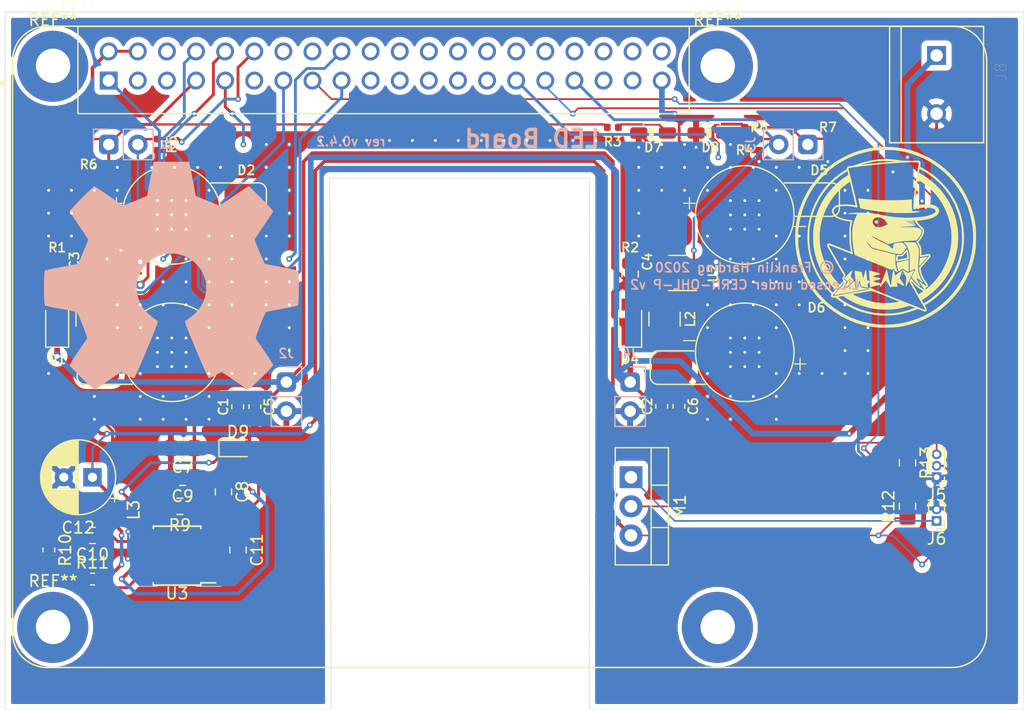
<source format=kicad_pcb>
(kicad_pcb (version 20171130) (host pcbnew "(5.1.8)-1")
  (title_block (title Gloworm) (date 2020-07-04) (rev v0.4.0) (comment 1 "Copyright Franklin Harding 2020") (comment 2 "Licensed under CERN-OHL-P v2"))
  (layers (0 F.Cu signal) (31 B.Cu signal) (34 B.Paste user) (35 F.Paste user) (36 B.SilkS user) (37 F.SilkS user) (38 B.Mask user) (39 F.Mask user) (44 Edge.Cuts user))
  (net 0 "")
  (net 1 "Net-(D1-Pad2)")
  (net 2 "Net-(D2-Pad2)")
  (net 3 "Net-(D2-Pad1)")
  (net 4 "Net-(D3-Pad1)")
  (net 5 "Net-(D4-Pad2)")
  (net 6 "Net-(D5-Pad2)")
  (net 7 "Net-(D5-Pad1)")
  (net 8 "Net-(D6-Pad1)")
  (net 9 /CTRL_L)
  (net 10 /USR_LED_A)
  (net 11 /USR_LED_B)
  (net 12 /CTRL_R)
  (net 13 "Net-(D7-Pad2)")
  (net 14 "Net-(D8-Pad2)")
  (net 15 "Net-(C10-Pad1)")
  (net 16 "Net-(C11-Pad2)")
  (net 17 "Net-(C11-Pad1)")
  (net 18 +5V)
  (net 19 /PWM_LED)
  (net 20 "Net-(J6-Pad1)")
  (net 21 "Net-(R9-Pad1)")
  (net 22 "Net-(R10-Pad2)")
  (net 23 /FAN_PIN)
  (net 24 "Net-(U4-Pad1)")
  (net 25 GND)
  (net 26 "Net-(M1-Pad2)")
  (net 27 "Net-(U4-PadS1)")
  (net 28 +12V)
  (module "KiCad raspberry pi:MODULE_RASPBERRYPI4_4GB" (layer F.Cu) (at 73.61 59.92)
    (fp_text reference U4 (at -37.325 -29.635) (layer F.SilkS) (effects (font (thickness 0.015))))
    (fp_text value RASPBERRYPI4_4GB)
    (pad S4 thru_hole circle (at -39 24.5) (size 6.2 6.2) (drill 2.75) (layers *.Cu *.Mask) (net 27 "Net-(U4-PadS1)"))
    (pad S3 thru_hole circle (at 19 24.5) (size 6.2 6.2) (drill 2.75) (layers *.Cu *.Mask) (net 27 "Net-(U4-PadS1)"))
    (pad S2 thru_hole circle (at 19 -24.5) (size 6.2 6.2) (drill 2.75) (layers *.Cu *.Mask) (net 27 "Net-(U4-PadS1)"))
    (pad S1 thru_hole circle (at -39 -24.5) (size 6.2 6.2) (drill 2.75) (layers *.Cu *.Mask) (net 27 "Net-(U4-PadS1)"))
    (pad 1 thru_hole rect (at -34.13 -23.23) (size 1.524 1.524) (drill 1.016) (layers *.Cu *.Mask) (net 24 "Net-(U4-Pad1)"))
    (pad 3 thru_hole circle (at -31.59 -23.23) (size 1.524 1.524) (drill 1.016) (layers *.Cu *.Mask))
    (pad 5 thru_hole circle (at -29.05 -23.23) (size 1.524 1.524) (drill 1.016) (layers *.Cu *.Mask))
    (pad 7 thru_hole circle (at -26.51 -23.23) (size 1.524 1.524) (drill 1.016) (layers *.Cu *.Mask) (net 10 /USR_LED_A))
    (pad 9 thru_hole circle (at -23.97 -23.23) (size 1.524 1.524) (drill 1.016) (layers *.Cu *.Mask) (net 25 GND))
    (pad 11 thru_hole circle (at -21.43 -23.23) (size 1.524 1.524) (drill 1.016) (layers *.Cu *.Mask))
    (pad 2 thru_hole circle (at -34.13 -25.77) (size 1.524 1.524) (drill 1.016) (layers *.Cu *.Mask) (net 18 +5V))
    (pad 4 thru_hole circle (at -31.59 -25.77) (size 1.524 1.524) (drill 1.016) (layers *.Cu *.Mask) (net 18 +5V))
    (pad 6 thru_hole circle (at -29.05 -25.77) (size 1.524 1.524) (drill 1.016) (layers *.Cu *.Mask) (net 25 GND))
    (pad 8 thru_hole circle (at -26.51 -25.77) (size 1.524 1.524) (drill 1.016) (layers *.Cu *.Mask))
    (pad 10 thru_hole circle (at -23.97 -25.77) (size 1.524 1.524) (drill 1.016) (layers *.Cu *.Mask))
    (pad 12 thru_hole circle (at -21.43 -25.77) (size 1.524 1.524) (drill 1.016) (layers *.Cu *.Mask) (net 9 /CTRL_L))
    (pad 13 thru_hole circle (at -18.89 -23.23) (size 1.524 1.524) (drill 1.016) (layers *.Cu *.Mask))
    (pad 14 thru_hole circle (at -18.89 -25.77) (size 1.524 1.524) (drill 1.016) (layers *.Cu *.Mask) (net 25 GND))
    (pad 15 thru_hole circle (at -16.35 -23.23) (size 1.524 1.524) (drill 1.016) (layers *.Cu *.Mask) (net 23 /FAN_PIN))
    (pad 17 thru_hole circle (at -13.81 -23.23) (size 1.524 1.524) (drill 1.016) (layers *.Cu *.Mask) (net 24 "Net-(U4-Pad1)"))
    (pad 19 thru_hole circle (at -11.27 -23.23) (size 1.524 1.524) (drill 1.016) (layers *.Cu *.Mask))
    (pad 21 thru_hole circle (at -8.73 -23.23) (size 1.524 1.524) (drill 1.016) (layers *.Cu *.Mask))
    (pad 23 thru_hole circle (at -6.19 -23.23) (size 1.524 1.524) (drill 1.016) (layers *.Cu *.Mask))
    (pad 25 thru_hole circle (at -3.65 -23.23) (size 1.524 1.524) (drill 1.016) (layers *.Cu *.Mask) (net 25 GND))
    (pad 16 thru_hole circle (at -16.35 -25.77) (size 1.524 1.524) (drill 1.016) (layers *.Cu *.Mask))
    (pad 18 thru_hole circle (at -13.81 -25.77) (size 1.524 1.524) (drill 1.016) (layers *.Cu *.Mask))
    (pad 20 thru_hole circle (at -11.27 -25.77) (size 1.524 1.524) (drill 1.016) (layers *.Cu *.Mask) (net 25 GND))
    (pad 22 thru_hole circle (at -8.73 -25.77) (size 1.524 1.524) (drill 1.016) (layers *.Cu *.Mask))
    (pad 24 thru_hole circle (at -6.19 -25.77) (size 1.524 1.524) (drill 1.016) (layers *.Cu *.Mask))
    (pad 26 thru_hole circle (at -3.65 -25.77) (size 1.524 1.524) (drill 1.016) (layers *.Cu *.Mask))
    (pad 27 thru_hole circle (at -1.11 -23.23) (size 1.524 1.524) (drill 1.016) (layers *.Cu *.Mask))
    (pad 28 thru_hole circle (at -1.11 -25.77) (size 1.524 1.524) (drill 1.016) (layers *.Cu *.Mask))
    (pad 29 thru_hole circle (at 1.43 -23.23) (size 1.524 1.524) (drill 1.016) (layers *.Cu *.Mask) (net 11 /USR_LED_B))
    (pad 31 thru_hole circle (at 3.97 -23.23) (size 1.524 1.524) (drill 1.016) (layers *.Cu *.Mask) (net 19 /PWM_LED))
    (pad 33 thru_hole circle (at 6.51 -23.23) (size 1.524 1.524) (drill 1.016) (layers *.Cu *.Mask) (net 12 /CTRL_R))
    (pad 35 thru_hole circle (at 9.05 -23.23) (size 1.524 1.524) (drill 1.016) (layers *.Cu *.Mask))
    (pad 37 thru_hole circle (at 11.59 -23.23) (size 1.524 1.524) (drill 1.016) (layers *.Cu *.Mask))
    (pad 39 thru_hole circle (at 14.13 -23.23) (size 1.524 1.524) (drill 1.016) (layers *.Cu *.Mask) (net 25 GND))
    (pad 30 thru_hole circle (at 1.43 -25.77) (size 1.524 1.524) (drill 1.016) (layers *.Cu *.Mask) (net 25 GND))
    (pad 32 thru_hole circle (at 3.97 -25.77) (size 1.524 1.524) (drill 1.016) (layers *.Cu *.Mask))
    (pad 34 thru_hole circle (at 6.51 -25.77) (size 1.524 1.524) (drill 1.016) (layers *.Cu *.Mask) (net 25 GND))
    (pad 36 thru_hole circle (at 9.05 -25.77) (size 1.524 1.524) (drill 1.016) (layers *.Cu *.Mask))
    (pad 38 thru_hole circle (at 11.59 -25.77) (size 1.524 1.524) (drill 1.016) (layers *.Cu *.Mask))
    (pad 40 thru_hole circle (at 14.13 -25.77) (size 1.524 1.524) (drill 1.016) (layers *.Cu *.Mask))
  )
  (module "KiCad raspberry pi:LOGO" (layer F.Cu) (at 107.295 50.355)
    (fp_text reference G*** hide)
    (fp_text value LOGO hide)
  )
  (module "KiCad raspberry pi:MODULE_RASPBERRYPI4_4GB_HOLE" (layer F.Cu) (at 73.64 59.88)
    (fp_text reference REF** (at -37.325 -29.635) (layer F.SilkS) (effects (font (thickness 0.015))))
    (fp_text value MODULE_RASPBERRYPI4_4GB)
    (pad 1 thru_hole rect (at -34.13 -23.23) (size 1.524 1.524) (drill 1.016) (layers *.Cu *.Mask))
    (pad 3 thru_hole circle (at -31.59 -23.23) (size 1.524 1.524) (drill 1.016) (layers *.Cu *.Mask))
    (pad 5 thru_hole circle (at -29.05 -23.23) (size 1.524 1.524) (drill 1.016) (layers *.Cu *.Mask))
    (pad 7 thru_hole circle (at -26.51 -23.23) (size 1.524 1.524) (drill 1.016) (layers *.Cu *.Mask))
    (pad 9 thru_hole circle (at -23.97 -23.23) (size 1.524 1.524) (drill 1.016) (layers *.Cu *.Mask))
    (pad 11 thru_hole circle (at -21.43 -23.23) (size 1.524 1.524) (drill 1.016) (layers *.Cu *.Mask))
    (pad 2 thru_hole circle (at -34.13 -25.77) (size 1.524 1.524) (drill 1.016) (layers *.Cu *.Mask) (net 18 +5V))
    (pad 4 thru_hole circle (at -31.59 -25.77) (size 1.524 1.524) (drill 1.016) (layers *.Cu *.Mask) (net 18 +5V))
    (pad 6 thru_hole circle (at -29.05 -25.77) (size 1.524 1.524) (drill 1.016) (layers *.Cu *.Mask))
    (pad 8 thru_hole circle (at -26.51 -25.77) (size 1.524 1.524) (drill 1.016) (layers *.Cu *.Mask))
    (pad 10 thru_hole circle (at -23.97 -25.77) (size 1.524 1.524) (drill 1.016) (layers *.Cu *.Mask))
    (pad 12 thru_hole circle (at -21.43 -25.77) (size 1.524 1.524) (drill 1.016) (layers *.Cu *.Mask))
    (pad 13 thru_hole circle (at -18.89 -23.23) (size 1.524 1.524) (drill 1.016) (layers *.Cu *.Mask))
    (pad 14 thru_hole circle (at -18.89 -25.77) (size 1.524 1.524) (drill 1.016) (layers *.Cu *.Mask))
    (pad 15 thru_hole circle (at -16.35 -23.23) (size 1.524 1.524) (drill 1.016) (layers *.Cu *.Mask))
    (pad 17 thru_hole circle (at -13.81 -23.23) (size 1.524 1.524) (drill 1.016) (layers *.Cu *.Mask))
    (pad 19 thru_hole circle (at -11.27 -23.23) (size 1.524 1.524) (drill 1.016) (layers *.Cu *.Mask))
    (pad 21 thru_hole circle (at -8.73 -23.23) (size 1.524 1.524) (drill 1.016) (layers *.Cu *.Mask))
    (pad 23 thru_hole circle (at -6.19 -23.23) (size 1.524 1.524) (drill 1.016) (layers *.Cu *.Mask))
    (pad 25 thru_hole circle (at -3.65 -23.23) (size 1.524 1.524) (drill 1.016) (layers *.Cu *.Mask))
    (pad 16 thru_hole circle (at -16.35 -25.77) (size 1.524 1.524) (drill 1.016) (layers *.Cu *.Mask))
    (pad 18 thru_hole circle (at -13.81 -25.77) (size 1.524 1.524) (drill 1.016) (layers *.Cu *.Mask))
    (pad 20 thru_hole circle (at -11.27 -25.77) (size 1.524 1.524) (drill 1.016) (layers *.Cu *.Mask))
    (pad 22 thru_hole circle (at -8.73 -25.77) (size 1.524 1.524) (drill 1.016) (layers *.Cu *.Mask))
    (pad 24 thru_hole circle (at -6.19 -25.77) (size 1.524 1.524) (drill 1.016) (layers *.Cu *.Mask))
    (pad 26 thru_hole circle (at -3.65 -25.77) (size 1.524 1.524) (drill 1.016) (layers *.Cu *.Mask))
    (pad 27 thru_hole circle (at -1.11 -23.23) (size 1.524 1.524) (drill 1.016) (layers *.Cu *.Mask))
    (pad 28 thru_hole circle (at -1.11 -25.77) (size 1.524 1.524) (drill 1.016) (layers *.Cu *.Mask))
    (pad 29 thru_hole circle (at 1.43 -23.23) (size 1.524 1.524) (drill 1.016) (layers *.Cu *.Mask))
    (pad 31 thru_hole circle (at 3.97 -23.23) (size 1.524 1.524) (drill 1.016) (layers *.Cu *.Mask))
    (pad 33 thru_hole circle (at 6.51 -23.23) (size 1.524 1.524) (drill 1.016) (layers *.Cu *.Mask))
    (pad 35 thru_hole circle (at 9.05 -23.23) (size 1.524 1.524) (drill 1.016) (layers *.Cu *.Mask))
    (pad 37 thru_hole circle (at 11.59 -23.23) (size 1.524 1.524) (drill 1.016) (layers *.Cu *.Mask))
    (pad 39 thru_hole circle (at 14.13 -23.23) (size 1.524 1.524) (drill 1.016) (layers *.Cu *.Mask))
    (pad 30 thru_hole circle (at 1.43 -25.77) (size 1.524 1.524) (drill 1.016) (layers *.Cu *.Mask))
    (pad 32 thru_hole circle (at 3.97 -25.77) (size 1.524 1.524) (drill 1.016) (layers *.Cu *.Mask))
    (pad 34 thru_hole circle (at 6.51 -25.77) (size 1.524 1.524) (drill 1.016) (layers *.Cu *.Mask))
    (pad 36 thru_hole circle (at 9.05 -25.77) (size 1.524 1.524) (drill 1.016) (layers *.Cu *.Mask))
    (pad 38 thru_hole circle (at 11.59 -25.77) (size 1.524 1.524) (drill 1.016) (layers *.Cu *.Mask))
    (pad 40 thru_hole circle (at 14.13 -25.77) (size 1.524 1.524) (drill 1.016) (layers *.Cu *.Mask))
  )
  (module MountingHole:MountingHole_3mm_Pad (layer F.Cu) (at 34.64 84.38)
    (fp_text reference REF** (at 0 -4) (layer F.SilkS))
    (fp_text value MountingHole_3mm_Pad)
    (pad 1 thru_hole circle (at 0 0) (size 6 6) (drill 3) (layers *.Cu *.Mask))
  )
  (module MountingHole:MountingHole_3mm_Pad (layer F.Cu) (at 92.64 84.38)
    (fp_text reference "" (at 0 -4) (layer F.SilkS))
    (fp_text value MountingHole_3mm_Pad)
    (pad 1 thru_hole circle (at 0 0) (size 6 6) (drill 3) (layers *.Cu *.Mask))
  )
  (module MountingHole:MountingHole_3mm_Pad (layer F.Cu) (at 92.64 35.38)
    (fp_text reference REF** (at 0 -4) (layer F.SilkS))
    (fp_text value MountingHole_3mm_Pad)
    (pad 1 thru_hole circle (at 0 0) (size 6 6) (drill 3) (layers *.Cu *.Mask))
  )
  (module MountingHole:MountingHole_3mm_Pad (layer F.Cu) (at 34.64 35.38)
    (fp_text reference REF** (at 0 -4) (layer F.SilkS))
    (fp_text value MountingHole_3mm_Pad)
    (pad 1 thru_hole circle (at 0 0) (size 6 6) (drill 3) (layers *.Cu *.Mask))
  )
  (module Connector:TE_282837-2 (layer F.Cu) (at 111.74 37.02 270)
    (fp_text reference J8 (at -1.127255 -5.614945 90) (layer F.SilkS) (effects (font (size 1.002039 1.002039) (thickness 0.015))))
    (fp_text value Conn_01x02_Shielded)
    (pad 2 thru_hole circle (at 2.54 0 270) (size 1.65 1.65) (drill 1.1) (layers *.Cu *.Mask) (net 25 GND))
    (pad 1 thru_hole rect (at -2.54 0 270) (size 1.65 1.65) (drill 1.1) (layers *.Cu *.Mask) (net 28 +12V))
  )
  (module Resistor_SMD:R_0805_2012Metric_Pad1.15x1.40mm_HandSolder (layer F.Cu) (at 109.2 70.04 270)
    (fp_text reference R13 (at 0 -1.65 90) (layer F.SilkS))
    (fp_text value 150)
    (pad 2 smd roundrect (at 1.025 0 270) (size 1.15 1.4) (layers F.Cu F.Paste F.Mask) (roundrect_rratio 0.217391) (net 23 /FAN_PIN))
    (pad 1 smd roundrect (at -1.025 0 270) (size 1.15 1.4) (layers F.Cu F.Paste F.Mask) (roundrect_rratio 0.217391) (net 26 "Net-(M1-Pad2)"))
  )
  (module Resistor_SMD:R_0805_2012Metric_Pad1.15x1.40mm_HandSolder (layer F.Cu) (at 109.2 73.85 90)
    (fp_text reference R12 (at 0 -1.65 90) (layer F.SilkS))
    (fp_text value 10k)
    (pad 2 smd roundrect (at 1.025 0 90) (size 1.15 1.4) (layers F.Cu F.Paste F.Mask) (roundrect_rratio 0.217391) (net 23 /FAN_PIN))
    (pad 1 smd roundrect (at -1.025 0 90) (size 1.15 1.4) (layers F.Cu F.Paste F.Mask) (roundrect_rratio 0.217391) (net 18 +5V))
  )
  (module Package_TO_SOT_THT:TO-220-3_Vertical (layer F.Cu) (at 85.07 71.31 270)
    (fp_text reference M1 (at 2.54 -4.27 90) (layer F.SilkS))
    (fp_text value MPMOS)
    (pad 3 thru_hole oval (at 5.08 0 270) (size 1.905 2) (drill 1.1) (layers *.Cu *.Mask) (net 18 +5V))
    (pad 2 thru_hole oval (at 2.54 0 270) (size 1.905 2) (drill 1.1) (layers *.Cu *.Mask) (net 26 "Net-(M1-Pad2)"))
    (pad 1 thru_hole rect (at 0 0 270) (size 1.905 2) (drill 1.1) (layers *.Cu *.Mask) (net 20 "Net-(J6-Pad1)"))
  )
  (module Connector_PinHeader_1.00mm:PinHeader_1x02_P1.00mm_Vertical (layer F.Cu) (at 111.74 75.12 180)
    (fp_text reference J6 (at 0 -1.56) (layer F.SilkS))
    (fp_text value Conn_01x02_Male)
    (pad 2 thru_hole oval (at 0 1 180) (size 0.85 0.85) (drill 0.5) (layers *.Cu *.Mask) (net 25 GND))
    (pad 1 thru_hole rect (at 0 0 180) (size 0.85 0.85) (drill 0.5) (layers *.Cu *.Mask) (net 20 "Net-(J6-Pad1)"))
  )
  (module Package_SO:TI_SO-PowerPAD-8 (layer F.Cu) (at 45.46 78.155 180)
    (fp_text reference U3 (at 0 -3.3) (layer F.SilkS))
    (fp_text value LM22676MR-5)
    (pad 9 smd rect (at -0.6025 -0.775 180) (size 1.205 1.55) (layers F.Cu F.Paste F.Mask) (net 21 "Net-(R9-Pad1)"))
    (pad 9 smd rect (at -0.6025 0.775 180) (size 1.205 1.55) (layers F.Cu F.Paste F.Mask) (net 21 "Net-(R9-Pad1)"))
    (pad 9 smd rect (at 0.6025 -0.775 180) (size 1.205 1.55) (layers F.Cu F.Paste F.Mask) (net 21 "Net-(R9-Pad1)"))
    (pad 9 smd rect (at 0.6025 0.775 180) (size 1.205 1.55) (layers F.Cu F.Paste F.Mask) (net 21 "Net-(R9-Pad1)"))
    (pad 8 smd rect (at 2.78 -1.905 180) (size 1.91 0.61) (layers F.Cu F.Paste F.Mask) (net 22 "Net-(R10-Pad2)"))
    (pad 7 smd rect (at 2.78 -0.635 180) (size 1.91 0.61) (layers F.Cu F.Paste F.Mask) (net 28 +12V))
    (pad 6 smd rect (at 2.78 0.635 180) (size 1.91 0.61) (layers F.Cu F.Paste F.Mask) (net 25 GND))
    (pad 5 smd rect (at 2.78 1.905 180) (size 1.91 0.61) (layers F.Cu F.Paste F.Mask) (net 15 "Net-(C10-Pad1)"))
    (pad 4 smd rect (at -2.78 1.905 180) (size 1.91 0.61) (layers F.Cu F.Paste F.Mask) (net 17 "Net-(C11-Pad1)"))
    (pad 3 smd rect (at -2.78 0.635 180) (size 1.91 0.61) (layers F.Cu F.Paste F.Mask))
    (pad 2 smd rect (at -2.78 -0.635 180) (size 1.91 0.61) (layers F.Cu F.Paste F.Mask))
    (pad 1 smd rect (at -2.78 -1.905 180) (size 1.91 0.61) (layers F.Cu F.Paste F.Mask) (net 16 "Net-(C11-Pad2)"))
  )
  (module Resistor_SMD:R_0603_1608Metric_Pad1.05x0.95mm_HandSolder (layer F.Cu) (at 38.08 80.2)
    (fp_text reference R11 (at 0 -1.43) (layer F.SilkS))
    (fp_text value 1.54k)
    (pad 2 smd roundrect (at 0.875 0) (size 1.05 0.95) (layers F.Cu F.Paste F.Mask) (net 18 +5V))
    (pad 1 smd roundrect (at -0.875 0) (size 1.05 0.95) (layers F.Cu F.Paste F.Mask) (net 22 "Net-(R10-Pad2)"))
  )
  (module Resistor_SMD:R_0603_1608Metric_Pad1.05x0.95mm_HandSolder (layer F.Cu) (at 34.27 77.66 270)
    (fp_text reference R10 (at 0 -1.43 90) (layer F.SilkS))
    (fp_text value 1k)
    (pad 2 smd roundrect (at 0.875 0 270) (size 1.05 0.95) (layers F.Cu F.Paste F.Mask) (net 22 "Net-(R10-Pad2)"))
    (pad 1 smd roundrect (at -0.875 0 270) (size 1.05 0.95) (layers F.Cu F.Paste F.Mask) (net 25 GND))
  )
  (module Resistor_SMD:R_0805_2012Metric_Pad1.15x1.40mm_HandSolder (layer F.Cu) (at 45.7 73.85 180)
    (fp_text reference R9 (at 0 -1.65) (layer F.SilkS))
    (fp_text value 7k)
    (pad 2 smd roundrect (at 1.025 0 180) (size 1.15 1.4) (layers F.Cu F.Paste F.Mask) (roundrect_rratio 0.217391) (net 25 GND))
    (pad 1 smd roundrect (at -1.025 0 180) (size 1.15 1.4) (layers F.Cu F.Paste F.Mask) (roundrect_rratio 0.217391) (net 21 "Net-(R9-Pad1)"))
  )
  (module Capacitor_SMD:C_0201_0603Metric (layer F.Cu) (at 40.62 74.17 270)
    (fp_text reference L3 (at 0 -1.05 90) (layer F.SilkS))
    (fp_text value "4.7 uH")
    (pad 2 smd roundrect (at 0.32 0 270) (size 0.46 0.4) (layers F.Cu F.Mask) (net 17 "Net-(C11-Pad1)"))
    (pad 1 smd roundrect (at -0.32 0 270) (size 0.46 0.4) (layers F.Cu F.Mask) (net 18 +5V))
  )
  (module Connector_PinHeader_1.00mm:PinHeader_1x03_P1.00mm_Vertical (layer F.Cu) (at 111.74 71.31 180)
    (fp_text reference J5 (at 0 -1.56) (layer F.SilkS))
    (fp_text value Conn_01x03_Male)
    (pad 3 thru_hole oval (at 0 2 180) (size 0.85 0.85) (drill 0.5) (layers *.Cu *.Mask) (net 19 /PWM_LED))
    (pad 2 thru_hole oval (at 0 1 180) (size 0.85 0.85) (drill 0.5) (layers *.Cu *.Mask) (net 18 +5V))
    (pad 1 thru_hole rect (at 0 0 180) (size 0.85 0.85) (drill 0.5) (layers *.Cu *.Mask) (net 25 GND))
  )
  (module Diode_SMD:D_0603_1608Metric_Pad1.05x0.95mm_HandSolder (layer F.Cu) (at 50.78 68.77)
    (fp_text reference D9 (at 0 -1.43) (layer F.SilkS))
    (fp_text value D)
    (pad 2 smd roundrect (at 0.875 0) (size 1.05 0.95) (layers F.Cu F.Paste F.Mask) (net 25 GND))
    (pad 1 smd roundrect (at -0.875 0) (size 1.05 0.95) (layers F.Cu F.Paste F.Mask) (net 17 "Net-(C11-Pad1)"))
  )
  (module Capacitor_THT:CP_Radial_D6.3mm_P2.50mm (layer F.Cu) (at 38.08 71.31 180)
    (fp_text reference C12 (at 1.25 -4.4) (layer F.SilkS))
    (fp_text value "180 uF")
    (pad 2 thru_hole circle (at 2.5 0 180) (size 1.6 1.6) (drill 0.8) (layers *.Cu *.Mask) (net 25 GND))
    (pad 1 thru_hole rect (at 0 0 180) (size 1.6 1.6) (drill 0.8) (layers *.Cu *.Mask) (net 18 +5V))
  )
  (module Capacitor_SMD:C_0805_2012Metric_Pad1.15x1.40mm_HandSolder (layer F.Cu) (at 50.78 77.66 270)
    (fp_text reference C11 (at 0 -1.65 90) (layer F.SilkS))
    (fp_text value "10 nF")
    (pad 2 smd roundrect (at 1.025 0 270) (size 1.15 1.4) (layers F.Cu F.Paste F.Mask) (roundrect_rratio 0.217391) (net 16 "Net-(C11-Pad2)"))
    (pad 1 smd roundrect (at -1.025 0 270) (size 1.15 1.4) (layers F.Cu F.Paste F.Mask) (roundrect_rratio 0.217391) (net 17 "Net-(C11-Pad1)"))
  )
  (module Capacitor_SMD:C_0805_2012Metric_Pad1.15x1.40mm_HandSolder (layer F.Cu) (at 38.08 76.39 180)
    (fp_text reference C10 (at 0 -1.65) (layer F.SilkS))
    (fp_text value "1 uF")
    (pad 2 smd roundrect (at 1.025 0 180) (size 1.15 1.4) (layers F.Cu F.Paste F.Mask) (roundrect_rratio 0.217391) (net 25 GND))
    (pad 1 smd roundrect (at -1.025 0 180) (size 1.15 1.4) (layers F.Cu F.Paste F.Mask) (roundrect_rratio 0.217391) (net 15 "Net-(C10-Pad1)"))
  )
  (module Capacitor_SMD:C_0805_2012Metric_Pad1.15x1.40mm_HandSolder (layer F.Cu) (at 45.945 71.31 180)
    (fp_text reference C9 (at 0 -1.65) (layer F.SilkS))
    (fp_text value "6.8 uF")
    (pad 2 smd roundrect (at 1.025 0 180) (size 1.15 1.4) (layers F.Cu F.Paste F.Mask) (roundrect_rratio 0.217391) (net 25 GND))
    (pad 1 smd roundrect (at -1.025 0 180) (size 1.15 1.4) (layers F.Cu F.Paste F.Mask) (roundrect_rratio 0.217391) (net 28 +12V))
  )
  (module Capacitor_SMD:C_0805_2012Metric_Pad1.15x1.40mm_HandSolder (layer F.Cu) (at 49.51 72.58 270)
    (fp_text reference C8 (at 0 -1.65 90) (layer F.SilkS))
    (fp_text value "6.8 uF")
    (pad 2 smd roundrect (at 1.025 0 270) (size 1.15 1.4) (layers F.Cu F.Paste F.Mask) (roundrect_rratio 0.217391) (net 25 GND))
    (pad 1 smd roundrect (at -1.025 0 270) (size 1.15 1.4) (layers F.Cu F.Paste F.Mask) (roundrect_rratio 0.217391) (net 28 +12V))
  )
  (module Capacitor_SMD:C_0805_2012Metric_Pad1.15x1.40mm_HandSolder (layer F.Cu) (at 45.945 68.77 180)
    (fp_text reference C7 (at 0 -1.65) (layer F.SilkS))
    (fp_text value "22 uF")
    (pad 2 smd roundrect (at 1.025 0 180) (size 1.15 1.4) (layers F.Cu F.Paste F.Mask) (roundrect_rratio 0.217391) (net 25 GND))
    (pad 1 smd roundrect (at -1.025 0 180) (size 1.15 1.4) (layers F.Cu F.Paste F.Mask) (roundrect_rratio 0.217391) (net 28 +12V))
  )
  (module ledboard:LTST-S220 (layer F.Cu) (at 87 41.25)
    (fp_text reference D7 (at 0 1.25) (layer F.SilkS) (effects (font (size 0.8 0.8))))
    (fp_text value GRN)
    (pad 2 smd roundrect (at 1.25 0) (size 1.5 1) (layers F.Cu F.Paste F.Mask) (net 13 "Net-(D7-Pad2)"))
    (pad 1 smd roundrect (at -1.25 0) (size 1.5 1) (layers F.Cu F.Paste F.Mask) (net 25 GND))
  )
  (module ledboard:LTST-S220 (layer F.Cu) (at 92 41.25)
    (fp_text reference D8 (at 0 1.25) (layer F.SilkS) (effects (font (size 0.8 0.8))))
    (fp_text value RED)
    (pad 2 smd roundrect (at 1.25 0) (size 1.5 1) (layers F.Cu F.Paste F.Mask) (net 14 "Net-(D8-Pad2)"))
    (pad 1 smd roundrect (at -1.25 0) (size 1.5 1) (layers F.Cu F.Paste F.Mask) (net 25 GND))
  )
  (module Fiducial:Fiducial_1mm_Mask2mm (layer F.Cu) (at 40.25 65.25)
    (fp_text reference FID2 hide)
    (fp_text value Fiducial_1mm_Mask2mm)
    (pad "" smd circle (at 0 0) (size 1 1) (layers F.Cu F.Mask) (clearance 0.5))
  )
  (module Fiducial:Fiducial_1mm_Mask2mm (layer F.Cu) (at 99.75 65.25)
    (fp_text reference FID3 hide)
    (fp_text value Fiducial_1mm_Mask2mm)
    (pad "" smd circle (at 0 0) (size 1 1) (layers F.Cu F.Mask) (clearance 0.5))
  )
  (module Fiducial:Fiducial_1mm_Mask2mm (layer F.Cu) (at 47.25 42.25)
    (fp_text reference FID1 hide)
    (fp_text value Fiducial_1mm_Mask2mm)
    (pad "" smd circle (at 0 0) (size 1 1) (layers F.Cu F.Mask) (clearance 0.5))
  )
  (module ledboard:LED_1W_3W_R8 (layer F.Cu) (at 45 48.4 180)
    (fp_text reference D2 (at -6.5 3.9) (layer F.SilkS) (effects (font (size 0.8 0.8))))
    (fp_text value GRN)
    (pad 2 smd roundrect (at 6.35 -1.35 180) (size 3.5 2.7) (layers F.Cu F.Paste F.Mask) (net 2 "Net-(D2-Pad2)"))
    (pad 1 smd roundrect (at -6.35 1.35 180) (size 3.5 2.7) (layers F.Cu F.Paste F.Mask) (net 3 "Net-(D2-Pad1)"))
    (pad 3 smd circle (at 0 0 180) (size 5.7 5.7) (layers F.Cu F.Paste F.Mask) (net 25 GND))
    (pad 3 thru_hole circle (at 1.25 -1.25 180) (size 0.65 0.65) (drill 0.25) (layers *.Cu) (net 25 GND))
    (pad 3 thru_hole circle (at 0 0 180) (size 0.65 0.65) (drill 0.25) (layers *.Cu) (net 25 GND))
    (pad 3 thru_hole circle (at 0 -1.25 180) (size 0.65 0.65) (drill 0.25) (layers *.Cu) (net 25 GND))
    (pad 3 thru_hole circle (at -1.25 0 180) (size 0.65 0.65) (drill 0.25) (layers *.Cu) (net 25 GND))
    (pad 3 thru_hole circle (at -1.25 -1.25 180) (size 0.65 0.65) (drill 0.25) (layers *.Cu) (net 25 GND))
    (pad 3 thru_hole circle (at -1.25 1.25 180) (size 0.65 0.65) (drill 0.25) (layers *.Cu) (net 25 GND))
    (pad 3 thru_hole circle (at 0 1.25 180) (size 0.65 0.65) (drill 0.25) (layers *.Cu) (net 25 GND))
    (pad 3 thru_hole circle (at 1.25 1.25 180) (size 0.65 0.65) (drill 0.25) (layers *.Cu) (net 25 GND))
    (pad 3 thru_hole circle (at 1.25 0 180) (size 0.65 0.65) (drill 0.25) (layers *.Cu) (net 25 GND))
  )
  (module ledboard:LED_1W_3W_R8 (layer F.Cu) (at 45 60.4)
    (fp_text reference D3 (at 6.25 -3.9) (layer F.SilkS) (effects (font (size 0.8 0.8))))
    (fp_text value GRN)
    (pad 2 smd roundrect (at 6.35 -1.35) (size 3.5 2.7) (layers F.Cu F.Paste F.Mask) (net 3 "Net-(D2-Pad1)"))
    (pad 1 smd roundrect (at -6.35 1.35) (size 3.5 2.7) (layers F.Cu F.Paste F.Mask) (net 4 "Net-(D3-Pad1)"))
    (pad 3 smd circle (at 0 0) (size 5.7 5.7) (layers F.Cu F.Paste F.Mask) (net 25 GND))
    (pad 3 thru_hole circle (at 1.25 -1.25) (size 0.65 0.65) (drill 0.25) (layers *.Cu) (net 25 GND))
    (pad 3 thru_hole circle (at 0 0) (size 0.65 0.65) (drill 0.25) (layers *.Cu) (net 25 GND))
    (pad 3 thru_hole circle (at 0 -1.25) (size 0.65 0.65) (drill 0.25) (layers *.Cu) (net 25 GND))
    (pad 3 thru_hole circle (at -1.25 0) (size 0.65 0.65) (drill 0.25) (layers *.Cu) (net 25 GND))
    (pad 3 thru_hole circle (at -1.25 -1.25) (size 0.65 0.65) (drill 0.25) (layers *.Cu) (net 25 GND))
    (pad 3 thru_hole circle (at -1.25 1.25) (size 0.65 0.65) (drill 0.25) (layers *.Cu) (net 25 GND))
    (pad 3 thru_hole circle (at 0 1.25) (size 0.65 0.65) (drill 0.25) (layers *.Cu) (net 25 GND))
    (pad 3 thru_hole circle (at 1.25 1.25) (size 0.65 0.65) (drill 0.25) (layers *.Cu) (net 25 GND))
    (pad 3 thru_hole circle (at 1.25 0) (size 0.65 0.65) (drill 0.25) (layers *.Cu) (net 25 GND))
  )
  (module ledboard:LED_1W_3W_R8 (layer F.Cu) (at 95 48.4 180)
    (fp_text reference D5 (at -6.5 3.9) (layer F.SilkS) (effects (font (size 0.8 0.8))))
    (fp_text value GRN)
    (pad 2 smd roundrect (at 6.35 -1.35 180) (size 3.5 2.7) (layers F.Cu F.Paste F.Mask) (net 6 "Net-(D5-Pad2)"))
    (pad 1 smd roundrect (at -6.35 1.35 180) (size 3.5 2.7) (layers F.Cu F.Paste F.Mask) (net 7 "Net-(D5-Pad1)"))
    (pad 3 smd circle (at 0 0 180) (size 5.7 5.7) (layers F.Cu F.Paste F.Mask) (net 25 GND))
    (pad 3 thru_hole circle (at 1.25 -1.25 180) (size 0.65 0.65) (drill 0.25) (layers *.Cu) (net 25 GND))
    (pad 3 thru_hole circle (at 0 0 180) (size 0.65 0.65) (drill 0.25) (layers *.Cu) (net 25 GND))
    (pad 3 thru_hole circle (at 0 -1.25 180) (size 0.65 0.65) (drill 0.25) (layers *.Cu) (net 25 GND))
    (pad 3 thru_hole circle (at -1.25 0 180) (size 0.65 0.65) (drill 0.25) (layers *.Cu) (net 25 GND))
    (pad 3 thru_hole circle (at -1.25 -1.25 180) (size 0.65 0.65) (drill 0.25) (layers *.Cu) (net 25 GND))
    (pad 3 thru_hole circle (at -1.25 1.25 180) (size 0.65 0.65) (drill 0.25) (layers *.Cu) (net 25 GND))
    (pad 3 thru_hole circle (at 0 1.25 180) (size 0.65 0.65) (drill 0.25) (layers *.Cu) (net 25 GND))
    (pad 3 thru_hole circle (at 1.25 1.25 180) (size 0.65 0.65) (drill 0.25) (layers *.Cu) (net 25 GND))
    (pad 3 thru_hole circle (at 1.25 0 180) (size 0.65 0.65) (drill 0.25) (layers *.Cu) (net 25 GND))
  )
  (module ledboard:LED_1W_3W_R8 (layer F.Cu) (at 95 60.4)
    (fp_text reference D6 (at 6.25 -3.9) (layer F.SilkS) (effects (font (size 0.8 0.8))))
    (fp_text value GRN)
    (pad 2 smd roundrect (at 6.35 -1.35) (size 3.5 2.7) (layers F.Cu F.Paste F.Mask) (net 7 "Net-(D5-Pad1)"))
    (pad 1 smd roundrect (at -6.35 1.35) (size 3.5 2.7) (layers F.Cu F.Paste F.Mask) (net 8 "Net-(D6-Pad1)"))
    (pad 3 smd circle (at 0 0) (size 5.7 5.7) (layers F.Cu F.Paste F.Mask) (net 25 GND))
    (pad 3 thru_hole circle (at 1.25 -1.25) (size 0.65 0.65) (drill 0.25) (layers *.Cu) (net 25 GND))
    (pad 3 thru_hole circle (at 0 0) (size 0.65 0.65) (drill 0.25) (layers *.Cu) (net 25 GND))
    (pad 3 thru_hole circle (at 0 -1.25) (size 0.65 0.65) (drill 0.25) (layers *.Cu) (net 25 GND))
    (pad 3 thru_hole circle (at -1.25 0) (size 0.65 0.65) (drill 0.25) (layers *.Cu) (net 25 GND))
    (pad 3 thru_hole circle (at -1.25 -1.25) (size 0.65 0.65) (drill 0.25) (layers *.Cu) (net 25 GND))
    (pad 3 thru_hole circle (at -1.25 1.25) (size 0.65 0.65) (drill 0.25) (layers *.Cu) (net 25 GND))
    (pad 3 thru_hole circle (at 0 1.25) (size 0.65 0.65) (drill 0.25) (layers *.Cu) (net 25 GND))
    (pad 3 thru_hole circle (at 1.25 1.25) (size 0.65 0.65) (drill 0.25) (layers *.Cu) (net 25 GND))
    (pad 3 thru_hole circle (at 1.25 0) (size 0.65 0.65) (drill 0.25) (layers *.Cu) (net 25 GND))
  )
  (module Resistor_SMD:R_0402_1005Metric (layer F.Cu) (at 37.75 42.265 270)
    (fp_text reference R6 (at 1.735 0) (layer F.SilkS) (effects (font (size 0.8 0.8))))
    (fp_text value 47k)
    (pad 1 smd roundrect (at -0.485 0 270) (size 0.59 0.64) (layers F.Cu F.Paste F.Mask) (net 10 /USR_LED_A))
    (pad 2 smd roundrect (at 0.485 0 270) (size 0.59 0.64) (layers F.Cu F.Paste F.Mask) (net 25 GND))
  )
  (module Resistor_SMD:R_0402_1005Metric (layer F.Cu) (at 43.75 42.265 270)
    (fp_text reference R5 (at -0.015 -1.25 90) (layer F.SilkS) (effects (font (size 0.8 0.8))))
    (fp_text value 47k)
    (pad 2 smd roundrect (at 0.485 0 270) (size 0.59 0.64) (layers F.Cu F.Paste F.Mask) (net 25 GND))
    (pad 1 smd roundrect (at -0.485 0 270) (size 0.59 0.64) (layers F.Cu F.Paste F.Mask) (net 9 /CTRL_L))
  )
  (module Symbol:OSHW-Symbol_22.3x20mm_SilkScreen (layer B.Cu) (at 45 53.75 180)
    (fp_text reference REF** hide)
    (fp_text value OSHW-Symbol_22.3x20mm_SilkScreen hide)
  )
  (module Capacitor_SMD:C_0603_1608Metric (layer F.Cu) (at 50.75 65.15 270)
    (fp_text reference C1 (at 0 1.25 270) (layer F.SilkS) (effects (font (size 0.8 0.8))))
    (fp_text value 10u)
    (pad 1 smd roundrect (at -0.7875 0 270) (size 0.875 0.95) (layers F.Cu F.Paste F.Mask) (net 28 +12V))
    (pad 2 smd roundrect (at 0.7875 0 270) (size 0.875 0.95) (layers F.Cu F.Paste F.Mask) (net 25 GND))
  )
  (module Capacitor_SMD:C_0603_1608Metric (layer F.Cu) (at 87.75 65.1125 270)
    (fp_text reference C2 (at 0 1.25 270) (layer F.SilkS) (effects (font (size 0.8 0.8))))
    (fp_text value 10u)
    (pad 2 smd roundrect (at 0.7875 0 270) (size 0.875 0.95) (layers F.Cu F.Paste F.Mask) (net 25 GND))
    (pad 1 smd roundrect (at -0.7875 0 270) (size 0.875 0.95) (layers F.Cu F.Paste F.Mask) (net 28 +12V))
  )
  (module Inductor_SMD:L_1210_3225Metric (layer F.Cu) (at 38 57.5 90)
    (fp_text reference L1 (at 0 2.25 270) (layer F.SilkS) (effects (font (size 0.8 0.8))))
    (fp_text value 33u)
    (pad 1 smd roundrect (at -1.4 0 90) (size 1.25 2.65) (layers F.Cu F.Paste F.Mask) (roundrect_rratio 0.2) (net 4 "Net-(D3-Pad1)"))
    (pad 2 smd roundrect (at 1.4 0 90) (size 1.25 2.65) (layers F.Cu F.Paste F.Mask) (roundrect_rratio 0.2) (net 1 "Net-(D1-Pad2)"))
  )
  (module Inductor_SMD:L_1210_3225Metric (layer F.Cu) (at 88 57.5 90)
    (fp_text reference L2 (at 0 2.25 90) (layer F.SilkS) (effects (font (size 0.8 0.8))))
    (fp_text value 33u)
    (pad 2 smd roundrect (at 1.4 0 90) (size 1.25 2.65) (layers F.Cu F.Paste F.Mask) (roundrect_rratio 0.2) (net 5 "Net-(D4-Pad2)"))
    (pad 1 smd roundrect (at -1.4 0 90) (size 1.25 2.65) (layers F.Cu F.Paste F.Mask) (roundrect_rratio 0.2) (net 8 "Net-(D6-Pad1)"))
  )
  (module Resistor_SMD:R_0402_1005Metric (layer F.Cu) (at 102.25 42.235 270)
    (fp_text reference R7 (at -1.485 0 180) (layer F.SilkS) (effects (font (size 0.8 0.8))))
    (fp_text value 47k)
    (pad 1 smd roundrect (at -0.485 0 270) (size 0.59 0.64) (layers F.Cu F.Paste F.Mask) (net 11 /USR_LED_B))
    (pad 2 smd roundrect (at 0.485 0 270) (size 0.59 0.64) (layers F.Cu F.Paste F.Mask) (net 25 GND))
  )
  (module Resistor_SMD:R_0402_1005Metric (layer F.Cu) (at 96.25 42.265 270)
    (fp_text reference R8 (at -1.515 0 180) (layer F.SilkS) (effects (font (size 0.8 0.8))))
    (fp_text value 47k)
    (pad 1 smd roundrect (at -0.485 0 270) (size 0.59 0.64) (layers F.Cu F.Paste F.Mask) (net 12 /CTRL_R))
    (pad 2 smd roundrect (at 0.485 0 270) (size 0.59 0.64) (layers F.Cu F.Paste F.Mask) (net 25 GND))
  )
  (module Resistor_SMD:R_0402_1005Metric (layer F.Cu) (at 83.485 40.75)
    (fp_text reference R3 (at 0 1.25) (layer F.SilkS) (effects (font (size 0.8 0.8))))
    (fp_text value 180)
    (pad 2 smd roundrect (at 0.485 0) (size 0.59 0.64) (layers F.Cu F.Paste F.Mask) (net 13 "Net-(D7-Pad2)"))
    (pad 1 smd roundrect (at -0.485 0) (size 0.59 0.64) (layers F.Cu F.Paste F.Mask) (net 10 /USR_LED_A))
  )
  (module Resistor_SMD:R_0402_1005Metric (layer F.Cu) (at 95 41.235 270)
    (fp_text reference R4 (at 1.515 0 180) (layer F.SilkS) (effects (font (size 0.8 0.8))))
    (fp_text value 180)
    (pad 1 smd roundrect (at -0.485 0 270) (size 0.59 0.64) (layers F.Cu F.Paste F.Mask) (net 11 /USR_LED_B))
    (pad 2 smd roundrect (at 0.485 0 270) (size 0.59 0.64) (layers F.Cu F.Paste F.Mask) (net 14 "Net-(D8-Pad2)"))
  )
  (module ledboard:TSOT-23-5_RoundRect (layer F.Cu) (at 39.25 53.5 180)
    (fp_text reference U1 (at -2.75 0 90) (layer F.SilkS) (effects (font (size 0.8 0.8))))
    (fp_text value AL8860)
    (pad 5 smd roundrect (at 1.31 -0.95 180) (size 1.22 0.65) (layers F.Cu F.Paste F.Mask) (net 28 +12V))
    (pad 4 smd roundrect (at 1.31 0.95 180) (size 1.22 0.65) (layers F.Cu F.Paste F.Mask) (net 2 "Net-(D2-Pad2)"))
    (pad 3 smd roundrect (at -1.31 0.95 180) (size 1.22 0.65) (layers F.Cu F.Paste F.Mask) (net 9 /CTRL_L))
    (pad 2 smd roundrect (at -1.31 0 180) (size 1.22 0.65) (layers F.Cu F.Paste F.Mask) (net 25 GND))
    (pad 1 smd roundrect (at -1.31 -0.95 180) (size 1.22 0.65) (layers F.Cu F.Paste F.Mask) (net 1 "Net-(D1-Pad2)"))
  )
  (module ledboard:TSOT-23-5_RoundRect (layer F.Cu) (at 89.25 53.5 180)
    (fp_text reference U2 (at -3 0 90) (layer F.SilkS) (effects (font (size 0.8 0.8))))
    (fp_text value AL8860)
    (pad 5 smd roundrect (at 1.31 -0.95 180) (size 1.22 0.65) (layers F.Cu F.Paste F.Mask) (net 28 +12V))
    (pad 4 smd roundrect (at 1.31 0.95 180) (size 1.22 0.65) (layers F.Cu F.Paste F.Mask) (net 6 "Net-(D5-Pad2)"))
    (pad 3 smd roundrect (at -1.31 0.95 180) (size 1.22 0.65) (layers F.Cu F.Paste F.Mask) (net 12 /CTRL_R))
    (pad 2 smd roundrect (at -1.31 0 180) (size 1.22 0.65) (layers F.Cu F.Paste F.Mask) (net 25 GND))
    (pad 1 smd roundrect (at -1.31 -0.95 180) (size 1.22 0.65) (layers F.Cu F.Paste F.Mask) (net 5 "Net-(D4-Pad2)"))
  )
  (module Capacitor_SMD:C_0402_1005Metric (layer F.Cu) (at 36.5 54.25 90)
    (fp_text reference C3 (at 1 0 90) (layer F.SilkS) (effects (font (size 0.8 0.8)) (justify left)))
    (fp_text value 100n)
    (pad 2 smd roundrect (at 0.485 0 90) (size 0.59 0.64) (layers F.Cu F.Paste F.Mask) (net 25 GND))
    (pad 1 smd roundrect (at -0.485 0 90) (size 0.59 0.64) (layers F.Cu F.Paste F.Mask) (net 28 +12V))
  )
  (module Capacitor_SMD:C_0402_1005Metric (layer F.Cu) (at 86.5 54.235 90)
    (fp_text reference C4 (at 1.75 0 90) (layer F.SilkS) (effects (font (size 0.8 0.8))))
    (fp_text value 100n)
    (pad 1 smd roundrect (at -0.485 0 90) (size 0.59 0.64) (layers F.Cu F.Paste F.Mask) (net 28 +12V))
    (pad 2 smd roundrect (at 0.485 0 90) (size 0.59 0.64) (layers F.Cu F.Paste F.Mask) (net 25 GND))
  )
  (module Diode_SMD:D_PowerDI-123 (layer F.Cu) (at 35 57.75 90)
    (fp_text reference D1 (at -3.25 0) (layer F.SilkS) (effects (font (size 0.8 0.8))))
    (fp_text value SBR3U30P1-7)
    (pad 1 smd rect (at -0.85 0 270) (size 2.4 1.5) (layers F.Cu F.Paste F.Mask) (net 28 +12V))
    (pad 2 smd rect (at 1.525 0 270) (size 1.05 1.5) (layers F.Cu F.Paste F.Mask) (net 1 "Net-(D1-Pad2)"))
  )
  (module Diode_SMD:D_PowerDI-123 (layer F.Cu) (at 85 57.75 90)
    (fp_text reference D4 (at -3.25 0 180) (layer F.SilkS) (effects (font (size 0.8 0.8))))
    (fp_text value SBR3U30P1-7)
    (pad 2 smd rect (at 1.525 0 270) (size 1.05 1.5) (layers F.Cu F.Paste F.Mask) (net 5 "Net-(D4-Pad2)"))
    (pad 1 smd rect (at -0.85 0 270) (size 2.4 1.5) (layers F.Cu F.Paste F.Mask) (net 28 +12V))
  )
  (module ledboard:PinHeader_1x02_P2.54mm_Vertical_RoundRect (layer B.Cu) (at 39.5 42.25 270)
    (fp_text reference J1 (at 0 -5 90) (layer B.SilkS) (effects (font (size 0.8 0.8)) (justify mirror)))
    (fp_text value LEFT)
    (pad 1 thru_hole roundrect (at 0 0 270) (size 1.7 1.7) (drill 1) (layers *.Cu *.Mask) (net 10 /USR_LED_A))
    (pad 2 thru_hole oval (at 0 -2.54 270) (size 1.7 1.7) (drill 1) (layers *.Cu *.Mask) (net 9 /CTRL_L))
  )
  (module ledboard:PinHeader_1x02_P2.54mm_Vertical_RoundRect (layer B.Cu) (at 55 63 180)
    (fp_text reference J2 (at 0 2.5) (layer B.SilkS) (effects (font (size 0.8 0.8)) (justify mirror)))
    (fp_text value PWR_L)
    (pad 1 thru_hole roundrect (at 0 0 180) (size 1.7 1.7) (drill 1) (layers *.Cu *.Mask) (net 28 +12V))
    (pad 2 thru_hole oval (at 0 -2.54 180) (size 1.7 1.7) (drill 1) (layers *.Cu *.Mask) (net 25 GND))
  )
  (module ledboard:PinHeader_1x02_P2.54mm_Vertical_RoundRect (layer B.Cu) (at 100.5 42.25 90)
    (fp_text reference J3 (at 0 -5 90) (layer B.SilkS) (effects (font (size 0.8 0.8)) (justify mirror)))
    (fp_text value RIGHT)
    (pad 2 thru_hole oval (at 0 -2.54 90) (size 1.7 1.7) (drill 1) (layers *.Cu *.Mask) (net 12 /CTRL_R))
    (pad 1 thru_hole roundrect (at 0 0 90) (size 1.7 1.7) (drill 1) (layers *.Cu *.Mask) (net 11 /USR_LED_B))
  )
  (module ledboard:PinHeader_1x02_P2.54mm_Vertical_RoundRect (layer B.Cu) (at 85 63 180)
    (fp_text reference J4 (at 0 2.5) (layer B.SilkS) (effects (font (size 0.8 0.8)) (justify mirror)))
    (fp_text value PWR_R)
    (pad 2 thru_hole oval (at 0 -2.54 180) (size 1.7 1.7) (drill 1) (layers *.Cu *.Mask) (net 25 GND))
    (pad 1 thru_hole roundrect (at 0 0 180) (size 1.7 1.7) (drill 1) (layers *.Cu *.Mask) (net 28 +12V))
  )
  (module Resistor_SMD:R_0805_2012Metric (layer F.Cu) (at 35 53.5625 270)
    (fp_text reference R1 (at -2.3125 0 180) (layer F.SilkS) (effects (font (size 0.8 0.8))))
    (fp_text value "0.3, 1%")
    (pad 1 smd roundrect (at -0.9375 0 270) (size 0.975 1.4) (layers F.Cu F.Paste F.Mask) (net 2 "Net-(D2-Pad2)"))
    (pad 2 smd roundrect (at 0.9375 0 270) (size 0.975 1.4) (layers F.Cu F.Paste F.Mask) (net 28 +12V))
  )
  (module Resistor_SMD:R_0805_2012Metric (layer F.Cu) (at 85 53.5625 270)
    (fp_text reference R2 (at -2.3125 0 180) (layer F.SilkS) (effects (font (size 0.8 0.8))))
    (fp_text value "0.3, 1%")
    (pad 2 smd roundrect (at 0.9375 0 270) (size 0.975 1.4) (layers F.Cu F.Paste F.Mask) (net 28 +12V))
    (pad 1 smd roundrect (at -0.9375 0 270) (size 0.975 1.4) (layers F.Cu F.Paste F.Mask) (net 6 "Net-(D5-Pad2)"))
  )
  (module Capacitor_SMD:C_0603_1608Metric (layer F.Cu) (at 52.25 65.15 270)
    (fp_text reference C5 (at 0 -1.25 90) (layer F.SilkS) (effects (font (size 0.8 0.8))))
    (fp_text value 10u)
    (pad 2 smd roundrect (at 0.7875 0 270) (size 0.875 0.95) (layers F.Cu F.Paste F.Mask) (net 25 GND))
    (pad 1 smd roundrect (at -0.7875 0 270) (size 0.875 0.95) (layers F.Cu F.Paste F.Mask) (net 28 +12V))
  )
  (module Capacitor_SMD:C_0603_1608Metric (layer F.Cu) (at 89.25 65.1125 270)
    (fp_text reference C6 (at 0 -1.25 90) (layer F.SilkS) (effects (font (size 0.8 0.8))))
    (fp_text value 10u)
    (pad 2 smd roundrect (at 0.7875 0 270) (size 0.875 0.95) (layers F.Cu F.Paste F.Mask) (net 25 GND))
    (pad 1 smd roundrect (at -0.7875 0 270) (size 0.875 0.95) (layers F.Cu F.Paste F.Mask) (net 28 +12V))
  )
  (gr_line (start 81.43 91.63) (end 81.9 91.63) (layer Edge.Cuts) (width 0.05))
  (gr_line (start 81.44 45.19) (end 81.43 91.63) (layer Edge.Cuts) (width 0.05))
  (gr_line (start 58.78 45.19) (end 81.44 45.19) (layer Edge.Cuts) (width 0.05))
  (gr_line (start 58.9 91.62) (end 58.78 45.19) (layer Edge.Cuts) (width 0.05))
  (gr_line (start 58.5 91.63) (end 58.9 91.62) (layer Edge.Cuts) (width 0.05))
  (gr_line (start 58.4 91.63) (end 58.5 91.63) (layer Edge.Cuts) (width 0.05))
  (gr_line (start 81.895 91.63) (end 119.36 91.63) (layer Edge.Cuts) (width 0.05))
  (gr_line (start 30.46 91.63) (end 58.4 91.63) (layer Edge.Cuts) (width 0.05))
  (gr_line (start 119.36 91.63) (end 119.36 30.67) (layer Edge.Cuts) (width 0.05))
  (gr_line (start 30.46 30.67) (end 30.46 91.63) (layer Edge.Cuts) (width 0.05))
  (gr_line (start 119.36 30.67) (end 30.46 30.67) (layer Edge.Cuts) (width 0.05))
  (gr_text "rev v0.4.2" (at 57.5 42) (layer B.SilkS) (effects (font (size 0.8 0.8)) (justify right mirror)))
  (gr_text "LED Board" (at 82.5 41.75) (layer B.SilkS) (effects (font (size 1.5 1.5) (thickness 0.3)) (justify left mirror)))
  (gr_text "Licensed under CERN-OHL-P v2" (at 95 54.5) (layer B.SilkS) (effects (font (size 0.8 0.8)) (justify mirror)))
  (gr_text "© Franklin Harding 2020" (at 95 53) (layer B.SilkS) (effects (font (size 0.8 0.8)) (justify mirror)))
  (via (at 55.25 52.25) (size 0.5) (drill 0.25) (layers F.Cu B.Cu) (net 0))
  (segment (start 55.787001 51.712999) (end 55.25 52.25) (width 0.25) (layer B.Cu) (net 0))
  (segment (start 55.787001 36.618237) (end 55.787001 51.712999) (width 0.25) (layer B.Cu) (net 0))
  (segment (start 56.792239 35.612999) (end 55.787001 36.618237) (width 0.25) (layer B.Cu) (net 0))
  (segment (start 58.327001 35.612999) (end 56.792239 35.612999) (width 0.25) (layer B.Cu) (net 0))
  (segment (start 59.83 34.11) (end 58.327001 35.612999) (width 0.25) (layer B.Cu) (net 0))
  (via (at 50.25 54.25) (size 0.5) (drill 0.25) (layers F.Cu B.Cu) (net 0))
  (segment (start 49.724999 54.775001) (end 50.25 54.25) (width 0.25) (layer B.Cu) (net 0))
  (segment (start 47.997999 54.775001) (end 49.724999 54.775001) (width 0.25) (layer B.Cu) (net 0))
  (segment (start 47.724999 54.502001) (end 47.997999 54.775001) (width 0.25) (layer B.Cu) (net 0))
  (segment (start 47.724999 48.997999) (end 47.724999 54.502001) (width 0.25) (layer B.Cu) (net 0))
  (segment (start 54.75 41.972998) (end 47.724999 48.997999) (width 0.25) (layer B.Cu) (net 0))
  (segment (start 54.75 36.65) (end 54.75 41.972998) (width 0.25) (layer B.Cu) (net 0))
  (via (at 44.25 52.25) (size 0.5) (drill 0.25) (layers F.Cu B.Cu) (net 0))
  (via (at 46.97 39.56) (size 0.5) (drill 0.25) (layers F.Cu B.Cu) (net 0))
  (segment (start 48.632999 37.897001) (end 46.97 39.56) (width 0.25) (layer F.Cu) (net 0))
  (segment (start 49.67 34.11) (end 48.632999 35.147001) (width 0.25) (layer F.Cu) (net 0))
  (segment (start 48.632999 35.147001) (end 48.632999 37.897001) (width 0.25) (layer F.Cu) (net 0))
  (segment (start 45.649999 50.850001) (end 44.25 52.25) (width 0.25) (layer B.Cu) (net 0))
  (segment (start 45.649999 44.627003) (end 45.649999 50.850001) (width 0.25) (layer B.Cu) (net 0))
  (segment (start 45.775001 44.502001) (end 45.649999 44.627003) (width 0.25) (layer B.Cu) (net 0))
  (segment (start 45.775001 43.552003) (end 45.775001 44.502001) (width 0.25) (layer B.Cu) (net 0))
  (segment (start 44.724999 42.502001) (end 45.775001 43.552003) (width 0.25) (layer B.Cu) (net 0))
  (segment (start 44.724999 41.805001) (end 44.724999 42.502001) (width 0.25) (layer B.Cu) (net 0))
  (segment (start 46.97 39.56) (end 44.724999 41.805001) (width 0.25) (layer B.Cu) (net 0))
  (via (at 42.25 52.5) (size 0.8) (drill 0.4) (layers F.Cu B.Cu) (net 0))
  (segment (start 43.461999 47.750001) (end 43.149999 48.062001) (width 0.25) (layer B.Cu) (net 0))
  (segment (start 44.038001 47.750001) (end 43.461999 47.750001) (width 0.25) (layer B.Cu) (net 0))
  (segment (start 44.350001 47.438001) (end 44.038001 47.750001) (width 0.25) (layer B.Cu) (net 0))
  (segment (start 44.350001 46.861999) (end 44.350001 47.438001) (width 0.25) (layer B.Cu) (net 0))
  (segment (start 43.149999 51.600001) (end 42.25 52.5) (width 0.25) (layer B.Cu) (net 0))
  (segment (start 44.324989 46.836987) (end 44.350001 46.861999) (width 0.25) (layer B.Cu) (net 0))
  (segment (start 46.092999 39.871303) (end 44.324989 41.639312) (width 0.25) (layer B.Cu) (net 0))
  (segment (start 44.324989 41.639312) (end 44.324989 46.836987) (width 0.25) (layer B.Cu) (net 0))
  (segment (start 46.092999 35.147001) (end 46.092999 39.871303) (width 0.25) (layer B.Cu) (net 0))
  (segment (start 43.149999 48.062001) (end 43.149999 51.600001) (width 0.25) (layer B.Cu) (net 0))
  (segment (start 47.13 34.11) (end 46.092999 35.147001) (width 0.25) (layer B.Cu) (net 0))
  (via (at 55.25 54.25) (size 0.5) (drill 0.25) (layers F.Cu B.Cu) (net 0))
  (segment (start 55.25 54.25) (end 56.187011 53.312989) (width 0.25) (layer B.Cu) (net 0))
  (segment (start 56.187011 53.312989) (end 56.187011 41.772989) (width 0.25) (layer B.Cu) (net 0))
  (segment (start 59.83 38.13) (end 59.83 36.65) (width 0.25) (layer B.Cu) (net 0))
  (segment (start 56.187011 41.772989) (end 59.83 38.13) (width 0.25) (layer B.Cu) (net 0))
  (segment (start 56.187011 52.089991) (end 56.187011 41.772989) (width 0.25) (layer B.Cu) (net 0))
  (segment (start 47.83231 55.175011) (end 53.101991 55.175011) (width 0.25) (layer B.Cu) (net 0))
  (segment (start 47.324989 54.66769) (end 47.83231 55.175011) (width 0.25) (layer B.Cu) (net 0))
  (segment (start 46.850001 45.427001) (end 47.324989 44.952013) (width 0.25) (layer B.Cu) (net 0))
  (segment (start 42.574001 55.175001) (end 46.850001 50.899001) (width 0.25) (layer B.Cu) (net 0))
  (segment (start 41.925999 55.175001) (end 42.574001 55.175001) (width 0.25) (layer B.Cu) (net 0))
  (segment (start 46.850001 50.899001) (end 46.850001 45.427001) (width 0.25) (layer B.Cu) (net 0))
  (segment (start 41.574999 54.824001) (end 41.925999 55.175001) (width 0.25) (layer B.Cu) (net 0))
  (segment (start 47.324989 44.952013) (end 47.324989 54.66769) (width 0.25) (layer B.Cu) (net 0))
  (segment (start 41.574999 52.175999) (end 41.574999 54.824001) (width 0.25) (layer B.Cu) (net 0))
  (segment (start 53.101991 55.175011) (end 56.187011 52.089991) (width 0.25) (layer B.Cu) (net 0))
  (segment (start 42.749989 51.001009) (end 41.574999 52.175999) (width 0.25) (layer B.Cu) (net 0))
  (segment (start 42.749989 47.262009) (end 42.749989 51.001009) (width 0.25) (layer B.Cu) (net 0))
  (segment (start 43.924979 46.087019) (end 42.749989 47.262009) (width 0.25) (layer B.Cu) (net 0))
  (segment (start 43.924979 41.064979) (end 43.924979 46.087019) (width 0.25) (layer B.Cu) (net 0))
  (segment (start 39.51 36.65) (end 43.924979 41.064979) (width 0.25) (layer B.Cu) (net 0))
  (via (at 51.25 42.25) (size 0.5) (drill 0.25) (layers F.Cu B.Cu) (net 0))
  (via (at 50.272 39.56) (size 0.5) (drill 0.25) (layers F.Cu B.Cu) (net 0))
  (segment (start 49.67 36.65) (end 49.67 38.958) (width 0.25) (layer F.Cu) (net 0))
  (segment (start 49.67 38.958) (end 50.272 39.56) (width 0.25) (layer F.Cu) (net 0))
  (segment (start 51.25 40.538) (end 51.25 42.25) (width 0.25) (layer B.Cu) (net 0))
  (segment (start 50.272 39.56) (end 51.25 40.538) (width 0.25) (layer B.Cu) (net 0))
  (segment (start 37.875 56.225) (end 38 56.1) (width 0.5) (layer F.Cu) (net 1))
  (segment (start 35 56.225) (end 37.875 56.225) (width 0.5) (layer F.Cu) (net 1))
  (segment (start 38.91 56.1) (end 40.56 54.45) (width 0.5) (layer F.Cu) (net 1))
  (segment (start 38 56.1) (end 38.91 56.1) (width 0.5) (layer F.Cu) (net 1))
  (segment (start 37.94 50.46) (end 38.65 49.75) (width 0.5) (layer F.Cu) (net 2))
  (segment (start 37.94 52.55) (end 37.94 50.46) (width 0.5) (layer F.Cu) (net 2))
  (segment (start 35.075 52.55) (end 35 52.625) (width 0.3) (layer F.Cu) (net 2))
  (segment (start 37.94 52.55) (end 35.075 52.55) (width 0.3) (layer F.Cu) (net 2))
  (segment (start 51.35 59.05) (end 51.35 47.05) (width 0.5) (layer F.Cu) (net 3))
  (segment (start 38 61.1) (end 38.65 61.75) (width 0.5) (layer F.Cu) (net 4))
  (segment (start 38 58.9) (end 38 61.1) (width 0.5) (layer F.Cu) (net 4))
  (segment (start 85.125 56.1) (end 85 56.225) (width 0.5) (layer F.Cu) (net 5))
  (segment (start 88 56.1) (end 85.125 56.1) (width 0.5) (layer F.Cu) (net 5))
  (segment (start 88.91 56.1) (end 90.56 54.45) (width 0.5) (layer F.Cu) (net 5))
  (segment (start 88 56.1) (end 88.91 56.1) (width 0.5) (layer F.Cu) (net 5))
  (segment (start 85.075 52.55) (end 85 52.625) (width 0.3) (layer F.Cu) (net 6))
  (segment (start 87.94 52.55) (end 85.075 52.55) (width 0.3) (layer F.Cu) (net 6))
  (segment (start 87.94 50.46) (end 88.65 49.75) (width 0.5) (layer F.Cu) (net 6))
  (segment (start 87.94 52.55) (end 87.94 50.46) (width 0.5) (layer F.Cu) (net 6))
  (segment (start 101.35 47.05) (end 101.35 59.05) (width 0.5) (layer F.Cu) (net 7))
  (segment (start 88 61.1) (end 88.65 61.75) (width 0.5) (layer F.Cu) (net 8))
  (segment (start 88 58.9) (end 88 61.1) (width 0.5) (layer F.Cu) (net 8))
  (segment (start 42.51 41.78) (end 42.04 42.25) (width 0.2) (layer F.Cu) (net 9))
  (segment (start 43.75 41.78) (end 42.51 41.78) (width 0.2) (layer F.Cu) (net 9))
  (segment (start 40.56 52.55) (end 40.56 51.5) (width 0.2) (layer F.Cu) (net 9))
  (via (at 40.56 51.5) (size 0.5) (drill 0.25) (layers F.Cu B.Cu) (net 9))
  (segment (start 42.04 50.02) (end 40.56 51.5) (width 0.2) (layer B.Cu) (net 9))
  (segment (start 42.04 42.25) (end 42.04 50.02) (width 0.2) (layer B.Cu) (net 9))
  (segment (start 45.547193 41.724999) (end 45.866646 42.044452) (width 0.25) (layer F.Cu) (net 9))
  (via (at 45.866646 42.044452) (size 0.5) (drill 0.25) (layers F.Cu B.Cu) (net 9))
  (segment (start 43.75 41.78) (end 43.805001 41.724999) (width 0.25) (layer F.Cu) (net 9))
  (segment (start 43.805001 41.724999) (end 45.547193 41.724999) (width 0.25) (layer F.Cu) (net 9))
  (via (at 50.78 38.29) (size 0.5) (drill 0.25) (layers F.Cu B.Cu) (net 9))
  (segment (start 45.866646 42.044452) (end 49.621098 38.29) (width 0.25) (layer B.Cu) (net 9))
  (segment (start 49.621098 38.29) (end 50.78 38.29) (width 0.25) (layer B.Cu) (net 9))
  (segment (start 50.78 35.54) (end 52.21 34.11) (width 0.25) (layer F.Cu) (net 9))
  (segment (start 50.78 38.29) (end 50.78 35.54) (width 0.25) (layer F.Cu) (net 9))
  (segment (start 39.03 41.78) (end 39.5 42.25) (width 0.2) (layer F.Cu) (net 10))
  (segment (start 37.75 41.78) (end 39.03 41.78) (width 0.2) (layer F.Cu) (net 10))
  (segment (start 39.5 42.25) (end 41.25 40.5) (width 0.2) (layer F.Cu) (net 10))
  (segment (start 82.75 40.5) (end 83 40.75) (width 0.2) (layer F.Cu) (net 10))
  (segment (start 41.25 40.5) (end 82.75 40.5) (width 0.2) (layer F.Cu) (net 10))
  (via (at 42.25 54.5) (size 0.8) (drill 0.4) (layers F.Cu B.Cu) (net 10))
  (segment (start 42.925001 53.824999) (end 42.25 54.5) (width 0.25) (layer F.Cu) (net 10))
  (segment (start 42.925001 52.175999) (end 42.925001 53.824999) (width 0.25) (layer F.Cu) (net 10))
  (segment (start 40.775001 50.025999) (end 42.925001 52.175999) (width 0.25) (layer F.Cu) (net 10))
  (segment (start 40.775001 45.552003) (end 40.775001 50.025999) (width 0.25) (layer F.Cu) (net 10))
  (segment (start 39.5 44.277002) (end 40.775001 45.552003) (width 0.25) (layer F.Cu) (net 10))
  (segment (start 39.5 42.25) (end 39.5 44.277002) (width 0.25) (layer F.Cu) (net 10))
  (segment (start 43.28 40.5) (end 47.13 36.65) (width 0.25) (layer F.Cu) (net 10))
  (segment (start 41.25 40.5) (end 43.28 40.5) (width 0.25) (layer F.Cu) (net 10))
  (segment (start 101 41.75) (end 100.5 42.25) (width 0.2) (layer F.Cu) (net 11))
  (segment (start 102.25 41.75) (end 101 41.75) (width 0.2) (layer F.Cu) (net 11))
  (segment (start 99 40.75) (end 100.5 42.25) (width 0.2) (layer F.Cu) (net 11))
  (segment (start 95 40.75) (end 99 40.75) (width 0.2) (layer F.Cu) (net 11))
  (segment (start 92.69 42.412998) (end 92.69 43.37) (width 0.25) (layer B.Cu) (net 11))
  (segment (start 91.652001 41.374999) (end 92.69 42.412998) (width 0.25) (layer B.Cu) (net 11))
  (via (at 92.69 43.37) (size 0.5) (drill 0.25) (layers F.Cu B.Cu) (net 11))
  (segment (start 75.07 36.65) (end 79.794999 41.374999) (width 0.25) (layer B.Cu) (net 11))
  (segment (start 79.794999 41.374999) (end 91.652001 41.374999) (width 0.25) (layer B.Cu) (net 11))
  (segment (start 92.53253 40.47499) (end 94.72499 40.47499) (width 0.25) (layer F.Cu) (net 11))
  (segment (start 94.72499 40.47499) (end 95 40.75) (width 0.25) (layer F.Cu) (net 11))
  (segment (start 92.22499 41.71747) (end 92.22499 40.78253) (width 0.25) (layer F.Cu) (net 11))
  (segment (start 92.69 42.18248) (end 92.22499 41.71747) (width 0.25) (layer F.Cu) (net 11))
  (segment (start 92.22499 40.78253) (end 92.53253 40.47499) (width 0.25) (layer F.Cu) (net 11))
  (segment (start 92.69 43.37) (end 92.69 42.18248) (width 0.25) (layer F.Cu) (net 11))
  (segment (start 97.49 41.78) (end 97.96 42.25) (width 0.2) (layer F.Cu) (net 12))
  (segment (start 96.25 41.78) (end 97.49 41.78) (width 0.2) (layer F.Cu) (net 12))
  (segment (start 97.009998 42.25) (end 97.96 42.25) (width 0.2) (layer B.Cu) (net 12))
  (segment (start 90.56 52.55) (end 90.56 51.5) (width 0.2) (layer F.Cu) (net 12))
  (via (at 90.56 51.5) (size 0.5) (drill 0.25) (layers F.Cu B.Cu) (net 12))
  (segment (start 90.56 48.699998) (end 90.56 51.5) (width 0.2) (layer B.Cu) (net 12))
  (segment (start 97.009998 42.25) (end 90.56 48.699998) (width 0.2) (layer B.Cu) (net 12))
  (segment (start 95.795001 40.085001) (end 97.96 42.25) (width 0.25) (layer B.Cu) (net 12))
  (segment (start 83.585001 40.085001) (end 95.795001 40.085001) (width 0.25) (layer B.Cu) (net 12))
  (segment (start 80.15 36.65) (end 83.585001 40.085001) (width 0.25) (layer B.Cu) (net 12))
  (segment (start 84.22001 40.49999) (end 83.97 40.75) (width 0.2) (layer F.Cu) (net 13))
  (segment (start 87.49999 40.49999) (end 84.22001 40.49999) (width 0.2) (layer F.Cu) (net 13))
  (segment (start 88.25 41.25) (end 87.49999 40.49999) (width 0.2) (layer F.Cu) (net 13))
  (segment (start 93.72 41.72) (end 93.25 41.25) (width 0.2) (layer F.Cu) (net 14))
  (segment (start 95 41.72) (end 93.72 41.72) (width 0.2) (layer F.Cu) (net 14))
  (segment (start 41.364999 76.915001) (end 42.03 76.25) (width 0.25) (layer F.Cu) (net 15))
  (segment (start 40.275011 76.915001) (end 41.364999 76.915001) (width 0.25) (layer F.Cu) (net 15))
  (segment (start 39.105 76.39) (end 39.75001 76.39) (width 0.25) (layer F.Cu) (net 15))
  (segment (start 42.03 76.25) (end 42.2525 76.25) (width 0.25) (layer F.Cu) (net 15))
  (segment (start 39.75001 76.39) (end 40.275011 76.915001) (width 0.25) (layer F.Cu) (net 15))
  (segment (start 49.405 80.06) (end 50.78 78.685) (width 0.25) (layer F.Cu) (net 16))
  (segment (start 47.8125 80.06) (end 49.405 80.06) (width 0.25) (layer F.Cu) (net 16))
  (segment (start 50.78 76.635) (end 48.485 76.635) (width 0.25) (layer F.Cu) (net 17))
  (segment (start 48.485 76.635) (end 48.24 76.39) (width 0.25) (layer F.Cu) (net 17))
  (segment (start 48.24 76.39) (end 49.51 75.12) (width 0.25) (layer F.Cu) (net 17))
  (segment (start 49.51 75.12) (end 50.78 75.12) (width 0.25) (layer F.Cu) (net 17))
  (segment (start 52.575001 71.440001) (end 49.905 68.77) (width 0.25) (layer F.Cu) (net 17))
  (segment (start 52.575001 73.324999) (end 52.575001 71.440001) (width 0.25) (layer F.Cu) (net 17))
  (segment (start 50.78 75.12) (end 52.575001 73.324999) (width 0.25) (layer F.Cu) (net 17))
  (segment (start 41.09501 73.05501) (end 40.62 72.58) (width 0.25) (layer F.Cu) (net 17))
  (via (at 40.62 72.58) (size 0.5) (drill 0.25) (layers F.Cu B.Cu) (net 17))
  (segment (start 40.62 74.49) (end 40.82 74.49) (width 0.25) (layer F.Cu) (net 17))
  (segment (start 41.09501 74.21499) (end 41.09501 73.05501) (width 0.25) (layer F.Cu) (net 17))
  (segment (start 40.82 74.49) (end 41.09501 74.21499) (width 0.25) (layer F.Cu) (net 17))
  (segment (start 40.62 72.58) (end 43.16 70.04) (width 0.25) (layer B.Cu) (net 17))
  (via (at 48.24 70.04) (size 0.5) (drill 0.25) (layers F.Cu B.Cu) (net 17))
  (segment (start 43.16 70.04) (end 48.24 70.04) (width 0.25) (layer B.Cu) (net 17))
  (segment (start 48.635 70.04) (end 49.905 68.77) (width 0.25) (layer F.Cu) (net 17))
  (segment (start 48.24 70.04) (end 48.635 70.04) (width 0.25) (layer F.Cu) (net 17))
  (segment (start 38.08 71.31) (end 40.62 73.85) (width 0.3) (layer F.Cu) (net 18))
  (segment (start 38.955 80.2) (end 39.35 80.2) (width 0.3) (layer F.Cu) (net 18))
  (segment (start 39.35 80.2) (end 40.62 78.93) (width 0.3) (layer F.Cu) (net 18))
  (via (at 40.62 78.93) (size 0.5) (drill 0.25) (layers F.Cu B.Cu) (net 18))
  (segment (start 40.62 78.93) (end 40.62 76.39) (width 0.3) (layer B.Cu) (net 18))
  (via (at 40.62 76.39) (size 0.5) (drill 0.25) (layers F.Cu B.Cu) (net 18))
  (segment (start 40.62 76.39) (end 40.62 76.036447) (width 0.3) (layer F.Cu) (net 18))
  (segment (start 40.62 76.036447) (end 39.703553 75.12) (width 0.3) (layer F.Cu) (net 18))
  (segment (start 39.703553 74.566447) (end 40.42 73.85) (width 0.3) (layer F.Cu) (net 18))
  (segment (start 39.703553 75.12) (end 39.703553 74.566447) (width 0.3) (layer F.Cu) (net 18))
  (segment (start 40.42 73.85) (end 40.62 73.85) (width 0.3) (layer F.Cu) (net 18))
  (via (at 106.66 76.39) (size 0.5) (drill 0.25) (layers F.Cu B.Cu) (net 18))
  (segment (start 106.66 76.39) (end 107.93 76.39) (width 0.15) (layer B.Cu) (net 18))
  (via (at 110.47 78.93) (size 0.5) (drill 0.25) (layers F.Cu B.Cu) (net 18))
  (segment (start 107.93 76.39) (end 110.47 78.93) (width 0.15) (layer B.Cu) (net 18))
  (segment (start 110.47 78.93) (end 114.28 75.12) (width 0.15) (layer F.Cu) (net 18))
  (segment (start 112.34104 70.31) (end 111.74 70.31) (width 0.15) (layer F.Cu) (net 18))
  (segment (start 114.28 72.24896) (end 112.34104 70.31) (width 0.15) (layer F.Cu) (net 18))
  (segment (start 114.28 75.12) (end 114.28 72.24896) (width 0.15) (layer F.Cu) (net 18))
  (segment (start 85.07 76.39) (end 106.66 76.39) (width 0.15) (layer F.Cu) (net 18))
  (segment (start 42.05 34.11) (end 39.51 34.11) (width 0.25) (layer F.Cu) (net 18))
  (segment (start 38.796998 67.5) (end 39.35 67.5) (width 0.3) (layer F.Cu) (net 18))
  (via (at 39.35 67.5) (size 0.5) (drill 0.25) (layers F.Cu B.Cu) (net 18))
  (segment (start 33.12499 42.99001) (end 33.12499 61.827992) (width 0.3) (layer F.Cu) (net 18))
  (segment (start 33.12499 61.827992) (end 38.796998 67.5) (width 0.3) (layer F.Cu) (net 18))
  (segment (start 33.12499 42.99001) (end 33.12499 42.61001) (width 0.3) (layer F.Cu) (net 18))
  (segment (start 33.12499 42.61001) (end 38.08 37.655) (width 0.3) (layer F.Cu) (net 18))
  (segment (start 38.08 35.54) (end 39.51 34.11) (width 0.3) (layer F.Cu) (net 18))
  (segment (start 38.08 37.655) (end 38.08 35.54) (width 0.3) (layer F.Cu) (net 18))
  (segment (start 108.175 74.875) (end 106.66 76.39) (width 0.15) (layer F.Cu) (net 18))
  (segment (start 109.2 74.875) (end 108.175 74.875) (width 0.15) (layer F.Cu) (net 18))
  (segment (start 38.08 71.31) (end 38.08 68.77) (width 0.2) (layer B.Cu) (net 18))
  (segment (start 38.08 68.77) (end 39.35 67.5) (width 0.2) (layer B.Cu) (net 18))
  (via (at 57.05 66.76) (size 0.5) (drill 0.25) (layers F.Cu B.Cu) (net 18))
  (segment (start 57.05 66.76) (end 57.52 66.29) (width 0.3) (layer F.Cu) (net 18))
  (segment (start 82.69 44.56) (end 82.69 74.01) (width 0.3) (layer F.Cu) (net 18))
  (segment (start 57.52 66.29) (end 57.52 44.53) (width 0.3) (layer F.Cu) (net 18))
  (segment (start 57.52 44.53) (end 58.34 43.71) (width 0.3) (layer F.Cu) (net 18))
  (segment (start 58.34 43.71) (end 81.84 43.71) (width 0.3) (layer F.Cu) (net 18))
  (segment (start 81.84 43.71) (end 82.69 44.56) (width 0.3) (layer F.Cu) (net 18))
  (segment (start 82.69 74.01) (end 85.07 76.39) (width 0.3) (layer F.Cu) (net 18))
  (segment (start 39.35 67.5) (end 56.31 67.5) (width 0.3) (layer B.Cu) (net 18))
  (segment (start 56.31 67.5) (end 57.05 66.76) (width 0.3) (layer B.Cu) (net 18))
  (segment (start 111.74 69.31) (end 111.74 47.18) (width 0.15) (layer F.Cu) (net 19))
  (segment (start 80.465001 39.084999) (end 79.99 39.56) (width 0.15) (layer F.Cu) (net 19))
  (segment (start 111.74 47.18) (end 103.644999 39.084999) (width 0.15) (layer F.Cu) (net 19))
  (via (at 79.99 39.56) (size 0.5) (drill 0.25) (layers F.Cu B.Cu) (net 19))
  (segment (start 103.644999 39.084999) (end 80.465001 39.084999) (width 0.15) (layer F.Cu) (net 19))
  (segment (start 77.61 37.18) (end 77.61 36.65) (width 0.15) (layer B.Cu) (net 19))
  (segment (start 79.99 39.56) (end 77.61 37.18) (width 0.15) (layer B.Cu) (net 19))
  (segment (start 88.88 75.12) (end 111.74 75.12) (width 0.15) (layer B.Cu) (net 20))
  (segment (start 85.07 71.31) (end 88.88 75.12) (width 0.15) (layer B.Cu) (net 20))
  (segment (start 45.635 78.93) (end 44.43 78.93) (width 0.25) (layer F.Cu) (net 21))
  (segment (start 44.43 78.93) (end 44.43 77.38) (width 0.25) (layer F.Cu) (net 21))
  (segment (start 44.43 77.38) (end 45.635 77.38) (width 0.25) (layer F.Cu) (net 21))
  (segment (start 45.635 74.94) (end 46.725 73.85) (width 0.25) (layer F.Cu) (net 21))
  (segment (start 45.635 77.38) (end 45.635 74.94) (width 0.25) (layer F.Cu) (net 21))
  (segment (start 35.54 78.535) (end 37.205 80.2) (width 0.25) (layer F.Cu) (net 22))
  (segment (start 34.27 78.535) (end 35.54 78.535) (width 0.25) (layer F.Cu) (net 22))
  (segment (start 37.205 80.2) (end 37.95501 80.95001) (width 0.25) (layer F.Cu) (net 22))
  (segment (start 42.03 80.06) (end 42.2525 80.06) (width 0.25) (layer F.Cu) (net 22))
  (segment (start 41.13999 80.95001) (end 42.03 80.06) (width 0.25) (layer F.Cu) (net 22))
  (segment (start 37.95501 80.95001) (end 41.13999 80.95001) (width 0.25) (layer F.Cu) (net 22))
  (segment (start 109.2 72.825) (end 109.2 71.065) (width 0.15) (layer F.Cu) (net 23))
  (via (at 105.39 68.77) (size 0.5) (drill 0.25) (layers F.Cu B.Cu) (net 23))
  (segment (start 109.2 71.065) (end 107.685 71.065) (width 0.15) (layer F.Cu) (net 23))
  (segment (start 107.685 71.065) (end 105.39 68.77) (width 0.15) (layer F.Cu) (net 23))
  (segment (start 105.39 68.77) (end 106.66 67.5) (width 0.15) (layer B.Cu) (net 23))
  (segment (start 106.66 67.5) (end 106.66 42.1) (width 0.15) (layer B.Cu) (net 23))
  (via (at 88.88 38.29) (size 0.5) (drill 0.25) (layers F.Cu B.Cu) (net 23))
  (segment (start 106.66 42.1) (end 103.265001 38.705001) (width 0.15) (layer B.Cu) (net 23))
  (segment (start 89.295001 38.705001) (end 88.88 38.29) (width 0.15) (layer B.Cu) (net 23))
  (segment (start 103.265001 38.705001) (end 89.295001 38.705001) (width 0.15) (layer B.Cu) (net 23))
  (segment (start 58.93 38.29) (end 57.29 36.65) (width 0.15) (layer F.Cu) (net 23))
  (segment (start 88.88 38.29) (end 58.93 38.29) (width 0.15) (layer F.Cu) (net 23))
  (via (at 92.5 52.5) (size 0.8) (drill 0.4) (layers F.Cu B.Cu) (net 25))
  (via (at 92.5 54.5) (size 0.8) (drill 0.4) (layers F.Cu B.Cu) (net 25))
  (via (at 101.75 62.25) (size 0.5) (drill 0.25) (layers F.Cu B.Cu) (net 25))
  (via (at 103.75 62.25) (size 0.5) (drill 0.25) (layers F.Cu B.Cu) (net 25))
  (via (at 105.75 62.25) (size 0.5) (drill 0.25) (layers F.Cu B.Cu) (net 25))
  (via (at 105.75 60.25) (size 0.5) (drill 0.25) (layers F.Cu B.Cu) (net 25))
  (via (at 97.75 66.25) (size 0.5) (drill 0.25) (layers F.Cu B.Cu) (net 25))
  (via (at 93.75 66.25) (size 0.5) (drill 0.25) (layers F.Cu B.Cu) (net 25))
  (via (at 91.75 64.25) (size 0.5) (drill 0.25) (layers F.Cu B.Cu) (net 25))
  (via (at 91.75 66.25) (size 0.5) (drill 0.25) (layers F.Cu B.Cu) (net 25))
  (via (at 93.75 64.25) (size 0.5) (drill 0.25) (layers F.Cu B.Cu) (net 25))
  (via (at 95.75 64.25) (size 0.5) (drill 0.25) (layers F.Cu B.Cu) (net 25))
  (via (at 97.75 64.25) (size 0.5) (drill 0.25) (layers F.Cu B.Cu) (net 25))
  (via (at 99.75 62.25) (size 0.5) (drill 0.25) (layers F.Cu B.Cu) (net 11))
  (via (at 103.75 60.25) (size 0.5) (drill 0.25) (layers F.Cu B.Cu) (net 25))
  (via (at 103.75 58.25) (size 0.5) (drill 0.25) (layers F.Cu B.Cu) (net 25))
  (via (at 105.75 58.25) (size 0.5) (drill 0.25) (layers F.Cu B.Cu) (net 25))
  (via (at 105.75 56.25) (size 0.5) (drill 0.25) (layers F.Cu B.Cu) (net 25))
  (via (at 103.75 56.25) (size 0.5) (drill 0.25) (layers F.Cu B.Cu) (net 25))
  (via (at 103.75 54.25) (size 0.5) (drill 0.25) (layers F.Cu B.Cu) (net 25))
  (via (at 105.75 54.25) (size 0.5) (drill 0.25) (layers F.Cu B.Cu) (net 25))
  (via (at 105.75 52.25) (size 0.5) (drill 0.25) (layers F.Cu B.Cu) (net 25))
  (via (at 103.75 52.25) (size 0.5) (drill 0.25) (layers F.Cu B.Cu) (net 25))
  (via (at 103.75 50.25) (size 0.5) (drill 0.25) (layers F.Cu B.Cu) (net 25))
  (via (at 105.75 50.25) (size 0.5) (drill 0.25) (layers F.Cu B.Cu) (net 25))
  (via (at 105.75 48.25) (size 0.5) (drill 0.25) (layers F.Cu B.Cu) (net 25))
  (via (at 105.75 46.25) (size 0.5) (drill 0.25) (layers F.Cu B.Cu) (net 25))
  (via (at 103.75 46.25) (size 0.5) (drill 0.25) (layers F.Cu B.Cu) (net 25))
  (via (at 103.75 48.25) (size 0.5) (drill 0.25) (layers F.Cu B.Cu) (net 25))
  (via (at 99.75 56.25) (size 0.5) (drill 0.25) (layers F.Cu B.Cu) (net 25))
  (via (at 97.75 56.25) (size 0.5) (drill 0.25) (layers F.Cu B.Cu) (net 25))
  (via (at 97.75 58.25) (size 0.5) (drill 0.25) (layers F.Cu B.Cu) (net 25))
  (via (at 95.75 56.25) (size 0.5) (drill 0.25) (layers F.Cu B.Cu) (net 25))
  (via (at 93.75 56.25) (size 0.5) (drill 0.25) (layers F.Cu B.Cu) (net 25))
  (via (at 91.75 56.25) (size 0.5) (drill 0.25) (layers F.Cu B.Cu) (net 25))
  (via (at 91.75 58.25) (size 0.5) (drill 0.25) (layers F.Cu B.Cu) (net 25))
  (via (at 91.75 62.25) (size 0.5) (drill 0.25) (layers F.Cu B.Cu) (net 25))
  (via (at 97.75 62.25) (size 0.5) (drill 0.25) (layers F.Cu B.Cu) (net 0))
  (via (at 97.75 54.25) (size 0.5) (drill 0.25) (layers F.Cu B.Cu) (net 25))
  (via (at 95.75 54.25) (size 0.5) (drill 0.25) (layers F.Cu B.Cu) (net 25))
  (via (at 93.75 54.25) (size 0.5) (drill 0.25) (layers F.Cu B.Cu) (net 25))
  (via (at 93.75 52.25) (size 0.5) (drill 0.25) (layers F.Cu B.Cu) (net 25))
  (via (at 95.75 52.25) (size 0.5) (drill 0.25) (layers F.Cu B.Cu) (net 25))
  (via (at 97.75 52.25) (size 0.5) (drill 0.25) (layers F.Cu B.Cu) (net 25))
  (via (at 99.75 54.25) (size 0.5) (drill 0.25) (layers F.Cu B.Cu) (net 25))
  (via (at 99.75 52.25) (size 0.5) (drill 0.25) (layers F.Cu B.Cu) (net 25))
  (via (at 99.75 50.25) (size 0.5) (drill 0.25) (layers F.Cu B.Cu) (net 25))
  (via (at 97.75 50.25) (size 0.5) (drill 0.25) (layers F.Cu B.Cu) (net 25))
  (via (at 91.75 50.25) (size 0.5) (drill 0.25) (layers F.Cu B.Cu) (net 25))
  (via (at 97.75 46.25) (size 0.5) (drill 0.25) (layers F.Cu B.Cu) (net 25))
  (via (at 97.75 44.25) (size 0.5) (drill 0.25) (layers F.Cu B.Cu) (net 25))
  (via (at 99.75 44.25) (size 0.5) (drill 0.25) (layers F.Cu B.Cu) (net 25))
  (via (at 101.75 44.25) (size 0.5) (drill 0.25) (layers F.Cu B.Cu) (net 25))
  (via (at 95.75 44.25) (size 0.5) (drill 0.25) (layers F.Cu B.Cu) (net 25))
  (via (at 93.75 44.25) (size 0.5) (drill 0.25) (layers F.Cu B.Cu) (net 25))
  (via (at 91.75 44.25) (size 0.5) (drill 0.25) (layers F.Cu B.Cu) (net 25))
  (via (at 91.75 46.25) (size 0.5) (drill 0.25) (layers F.Cu B.Cu) (net 25))
  (via (at 89.75 44.25) (size 0.5) (drill 0.25) (layers F.Cu B.Cu) (net 25))
  (via (at 89.75 46.25) (size 0.5) (drill 0.25) (layers F.Cu B.Cu) (net 25))
  (via (at 87.75 46.25) (size 0.5) (drill 0.25) (layers F.Cu B.Cu) (net 25))
  (via (at 87.75 44.25) (size 0.5) (drill 0.25) (layers F.Cu B.Cu) (net 25))
  (via (at 85.75 44.25) (size 0.5) (drill 0.25) (layers F.Cu B.Cu) (net 25))
  (via (at 85.75 46.25) (size 0.5) (drill 0.25) (layers F.Cu B.Cu) (net 25))
  (via (at 85.75 48.25) (size 0.5) (drill 0.25) (layers F.Cu B.Cu) (net 25))
  (via (at 85.75 50.25) (size 0.5) (drill 0.25) (layers F.Cu B.Cu) (net 25))
  (via (at 93.75 42.25) (size 0.5) (drill 0.25) (layers F.Cu B.Cu) (net 25))
  (via (at 91.75 42.25) (size 0.5) (drill 0.25) (layers F.Cu B.Cu) (net 25))
  (via (at 89.75 42.25) (size 0.5) (drill 0.25) (layers F.Cu B.Cu) (net 25))
  (via (at 87.75 42.25) (size 0.5) (drill 0.25) (layers F.Cu B.Cu) (net 25))
  (via (at 38.25 66.25) (size 0.5) (drill 0.25) (layers F.Cu B.Cu) (net 25))
  (via (at 34.25 62.25) (size 0.5) (drill 0.25) (layers F.Cu B.Cu) (net 25))
  (via (at 42.25 66.25) (size 0.5) (drill 0.25) (layers F.Cu B.Cu) (net 25))
  (via (at 44.25 66.25) (size 0.5) (drill 0.25) (layers F.Cu B.Cu) (net 25))
  (via (at 46.25 66.25) (size 0.5) (drill 0.25) (layers F.Cu B.Cu) (net 25))
  (via (at 48.25 66.25) (size 0.5) (drill 0.25) (layers F.Cu B.Cu) (net 25))
  (via (at 48.25 64.25) (size 0.5) (drill 0.25) (layers F.Cu B.Cu) (net 25))
  (via (at 46.25 64.25) (size 0.5) (drill 0.25) (layers F.Cu B.Cu) (net 25))
  (via (at 44.25 64.25) (size 0.5) (drill 0.25) (layers F.Cu B.Cu) (net 25))
  (via (at 42.25 64.25) (size 0.5) (drill 0.25) (layers F.Cu B.Cu) (net 25))
  (via (at 38.25 64.25) (size 0.5) (drill 0.25) (layers F.Cu B.Cu) (net 25))
  (via (at 48.25 62.25) (size 0.5) (drill 0.25) (layers F.Cu B.Cu) (net 25))
  (via (at 48.25 58.25) (size 0.5) (drill 0.25) (layers F.Cu B.Cu) (net 25))
  (via (at 42.25 58.25) (size 0.5) (drill 0.25) (layers F.Cu B.Cu) (net 25))
  (via (at 42.25 62.25) (size 0.5) (drill 0.25) (layers F.Cu B.Cu) (net 25))
  (via (at 40.25 58.25) (size 0.5) (drill 0.25) (layers F.Cu B.Cu) (net 25))
  (via (at 48.25 56.25) (size 0.5) (drill 0.25) (layers F.Cu B.Cu) (net 25))
  (via (at 46.25 56.25) (size 0.5) (drill 0.25) (layers F.Cu B.Cu) (net 25))
  (via (at 44.25 56.25) (size 0.5) (drill 0.25) (layers F.Cu B.Cu) (net 25))
  (via (at 40.25 56.25) (size 0.5) (drill 0.25) (layers F.Cu B.Cu) (net 25))
  (via (at 48.25 54.25) (size 0.5) (drill 0.25) (layers F.Cu B.Cu) (net 25))
  (via (at 46.25 54.25) (size 0.5) (drill 0.25) (layers F.Cu B.Cu) (net 25))
  (via (at 50.25 56.25) (size 0.5) (drill 0.25) (layers F.Cu B.Cu) (net 25))
  (via (at 55.25 58.25) (size 0.5) (drill 0.25) (layers F.Cu B.Cu) (net 25))
  (via (at 55.25 56.25) (size 0.5) (drill 0.25) (layers F.Cu B.Cu) (net 25))
  (via (at 53.25 54.25) (size 0.5) (drill 0.25) (layers F.Cu B.Cu) (net 25))
  (via (at 53.25 56.25) (size 0.5) (drill 0.25) (layers F.Cu B.Cu) (net 25))
  (via (at 53.25 52.25) (size 0.5) (drill 0.25) (layers F.Cu B.Cu) (net 25))
  (via (at 53.25 50.25) (size 0.5) (drill 0.25) (layers F.Cu B.Cu) (net 25))
  (via (at 55.25 50.25) (size 0.5) (drill 0.25) (layers F.Cu B.Cu) (net 25))
  (via (at 50.25 52.25) (size 0.5) (drill 0.25) (layers F.Cu B.Cu) (net 25))
  (via (at 50.25 50.25) (size 0.5) (drill 0.25) (layers F.Cu B.Cu) (net 25))
  (via (at 48.25 50.25) (size 0.5) (drill 0.25) (layers F.Cu B.Cu) (net 25))
  (via (at 48.25 52.25) (size 0.5) (drill 0.25) (layers F.Cu B.Cu) (net 25))
  (via (at 46.25 52.25) (size 0.5) (drill 0.25) (layers F.Cu B.Cu) (net 25))
  (via (at 48.25 46.25) (size 0.5) (drill 0.25) (layers F.Cu B.Cu) (net 25))
  (via (at 55.25 48.25) (size 0.5) (drill 0.25) (layers F.Cu B.Cu) (net 25))
  (via (at 55.25 46.25) (size 0.5) (drill 0.25) (layers F.Cu B.Cu) (net 25))
  (via (at 53.25 44.25) (size 0.5) (drill 0.25) (layers F.Cu B.Cu) (net 25))
  (via (at 55.25 44.25) (size 0.5) (drill 0.25) (layers F.Cu B.Cu) (net 25))
  (via (at 55.25 42.25) (size 0.5) (drill 0.25) (layers F.Cu B.Cu) (net 25))
  (via (at 53.25 42.25) (size 0.5) (drill 0.25) (layers F.Cu B.Cu) (net 25))
  (via (at 51.25 44.25) (size 0.5) (drill 0.25) (layers F.Cu B.Cu) (net 25))
  (via (at 49.25 44.25) (size 0.5) (drill 0.25) (layers F.Cu B.Cu) (net 25))
  (via (at 47.25 44.25) (size 0.5) (drill 0.25) (layers F.Cu B.Cu) (net 25))
  (via (at 45.25 44.25) (size 0.5) (drill 0.25) (layers F.Cu B.Cu) (net 25))
  (via (at 43.25 44.25) (size 0.5) (drill 0.25) (layers F.Cu B.Cu) (net 25))
  (via (at 34.25 50.25) (size 0.5) (drill 0.25) (layers F.Cu B.Cu) (net 25))
  (via (at 34.25 48.25) (size 0.5) (drill 0.25) (layers F.Cu B.Cu) (net 25))
  (via (at 34.25 46.25) (size 0.5) (drill 0.25) (layers F.Cu B.Cu) (net 25))
  (via (at 36.25 46.25) (size 0.5) (drill 0.25) (layers F.Cu B.Cu) (net 25))
  (via (at 36.25 48.25) (size 0.5) (drill 0.25) (layers F.Cu B.Cu) (net 25))
  (via (at 36.25 50.25) (size 0.5) (drill 0.25) (layers F.Cu B.Cu) (net 25))
  (via (at 38.25 46.25) (size 0.5) (drill 0.25) (layers F.Cu B.Cu) (net 25))
  (via (at 40.25 46.25) (size 0.5) (drill 0.25) (layers F.Cu B.Cu) (net 25))
  (via (at 40.25 44.25) (size 0.5) (drill 0.25) (layers F.Cu B.Cu) (net 25))
  (via (at 38.25 44.25) (size 0.5) (drill 0.25) (layers F.Cu B.Cu) (net 25))
  (via (at 58 41.9) (size 0.5) (drill 0.25) (layers F.Cu B.Cu) (net 25))
  (via (at 60 41.9) (size 0.5) (drill 0.25) (layers F.Cu B.Cu) (net 25))
  (via (at 62 41.9) (size 0.5) (drill 0.25) (layers F.Cu B.Cu) (net 25))
  (via (at 64 41.9) (size 0.5) (drill 0.25) (layers F.Cu B.Cu) (net 25))
  (via (at 66 41.9) (size 0.5) (drill 0.25) (layers F.Cu B.Cu) (net 25))
  (via (at 68 41.9) (size 0.5) (drill 0.25) (layers F.Cu B.Cu) (net 25))
  (via (at 70 41.9) (size 0.5) (drill 0.25) (layers F.Cu B.Cu) (net 25))
  (via (at 72 41.9) (size 0.5) (drill 0.25) (layers F.Cu B.Cu) (net 25))
  (via (at 74 41.9) (size 0.5) (drill 0.25) (layers F.Cu B.Cu) (net 25))
  (via (at 76 41.9) (size 0.5) (drill 0.25) (layers F.Cu B.Cu) (net 25))
  (via (at 78 41.9) (size 0.5) (drill 0.25) (layers F.Cu B.Cu) (net 25))
  (via (at 80 41.9) (size 0.5) (drill 0.25) (layers F.Cu B.Cu) (net 25))
  (via (at 82 41.9) (size 0.5) (drill 0.25) (layers F.Cu B.Cu) (net 25))
  (via (at 55.25 60.25) (size 0.5) (drill 0.25) (layers F.Cu B.Cu) (net 25))
  (via (at 50.25 62.25) (size 0.5) (drill 0.25) (layers F.Cu B.Cu) (net 25))
  (via (at 52.25 62.25) (size 0.5) (drill 0.25) (layers F.Cu B.Cu) (net 25))
  (segment (start 54.6025 65.9375) (end 55 65.54) (width 0.3) (layer F.Cu) (net 25))
  (segment (start 37.055 76.39) (end 36.81 76.39) (width 0.25) (layer F.Cu) (net 25))
  (segment (start 42.1125 77.66) (end 42.2525 77.52) (width 0.25) (layer F.Cu) (net 25))
  (segment (start 37.055 76.39) (end 37.055 76.635) (width 0.25) (layer F.Cu) (net 25))
  (segment (start 37.055 76.635) (end 38.08 77.66) (width 0.25) (layer F.Cu) (net 25))
  (segment (start 41.89 72.58) (end 40.62 71.31) (width 0.25) (layer F.Cu) (net 25))
  (segment (start 40.62 71.31) (end 40.62 70.04) (width 0.25) (layer F.Cu) (net 25))
  (segment (start 40.62 70.04) (end 39.35 68.77) (width 0.25) (layer F.Cu) (net 25))
  (segment (start 35.54 71.27) (end 35.58 71.31) (width 0.25) (layer F.Cu) (net 25))
  (segment (start 44.92 71.31) (end 44.92 68.77) (width 0.25) (layer F.Cu) (net 25))
  (segment (start 48.77999 72.87499) (end 49.51 73.605) (width 0.25) (layer F.Cu) (net 25))
  (segment (start 45.65001 72.87499) (end 48.77999 72.87499) (width 0.25) (layer F.Cu) (net 25))
  (segment (start 44.675 73.85) (end 45.65001 72.87499) (width 0.25) (layer F.Cu) (net 25))
  (segment (start 44.92 66.92) (end 44.25 66.25) (width 0.25) (layer F.Cu) (net 25))
  (segment (start 44.92 68.77) (end 44.92 66.92) (width 0.25) (layer F.Cu) (net 25))
  (segment (start 51.655 66.5325) (end 52.25 65.9375) (width 0.25) (layer F.Cu) (net 25))
  (segment (start 51.655 68.77) (end 51.655 66.5325) (width 0.25) (layer F.Cu) (net 25))
  (segment (start 36.66 76.785) (end 37.055 76.39) (width 0.25) (layer F.Cu) (net 25))
  (segment (start 34.27 76.785) (end 36.66 76.785) (width 0.25) (layer F.Cu) (net 25))
  (segment (start 43.405 72.58) (end 44.675 73.85) (width 0.25) (layer F.Cu) (net 25))
  (segment (start 41.89 72.58) (end 43.405 72.58) (width 0.25) (layer F.Cu) (net 25))
  (segment (start 44.675 71.555) (end 44.92 71.31) (width 0.25) (layer F.Cu) (net 25))
  (segment (start 44.675 73.85) (end 44.675 71.555) (width 0.25) (layer F.Cu) (net 25))
  (segment (start 35.58 71.31) (end 38.12 68.77) (width 0.25) (layer F.Cu) (net 25))
  (segment (start 38.12 68.77) (end 39.35 68.77) (width 0.25) (layer F.Cu) (net 25))
  (via (at 42.25 56.25) (size 0.5) (drill 0.25) (layers F.Cu B.Cu) (net 25))
  (via (at 44.25 54.25) (size 0.5) (drill 0.25) (layers F.Cu B.Cu) (net 25))
  (segment (start 111.74 74.12) (end 111.74 71.31) (width 0.25) (layer F.Cu) (net 25))
  (segment (start 104.914999 68.998001) (end 104.914999 63.085001) (width 0.25) (layer B.Cu) (net 25))
  (segment (start 107.226998 71.31) (end 104.914999 68.998001) (width 0.25) (layer B.Cu) (net 25))
  (segment (start 104.914999 63.085001) (end 105.75 62.25) (width 0.25) (layer B.Cu) (net 25))
  (segment (start 111.74 71.31) (end 107.226998 71.31) (width 0.25) (layer B.Cu) (net 25))
  (via (at 109.2 43.37) (size 0.5) (drill 0.25) (layers F.Cu B.Cu) (net 25))
  (segment (start 111.74 39.56) (end 111.74 40.83) (width 0.25) (layer F.Cu) (net 25))
  (segment (start 111.74 40.83) (end 109.2 43.37) (width 0.25) (layer F.Cu) (net 25))
  (via (at 107.93 44.64) (size 0.5) (drill 0.25) (layers F.Cu B.Cu) (net 25))
  (segment (start 109.2 43.37) (end 107.93 44.64) (width 0.25) (layer B.Cu) (net 25))
  (segment (start 106.32 46.25) (end 105.75 46.25) (width 0.25) (layer F.Cu) (net 25))
  (segment (start 107.93 44.64) (end 106.32 46.25) (width 0.25) (layer F.Cu) (net 25))
  (segment (start 45.58 66.92) (end 46.25 66.25) (width 0.25) (layer F.Cu) (net 25))
  (segment (start 44.92 66.92) (end 45.58 66.92) (width 0.25) (layer F.Cu) (net 25))
  (segment (start 39.825001 67.271999) (end 39.825001 68.294999) (width 0.25) (layer F.Cu) (net 25))
  (segment (start 39.053001 66.499999) (end 39.825001 67.271999) (width 0.25) (layer F.Cu) (net 25))
  (segment (start 38.25 66.25) (end 38.499999 66.499999) (width 0.25) (layer F.Cu) (net 25))
  (segment (start 38.499999 66.499999) (end 39.053001 66.499999) (width 0.25) (layer F.Cu) (net 25))
  (segment (start 39.825001 68.294999) (end 39.35 68.77) (width 0.25) (layer F.Cu) (net 25))
  (segment (start 85.75 41.25) (end 85.75 42.5) (width 0.2) (layer F.Cu) (net 25))
  (via (at 85.75 42.5) (size 0.5) (drill 0.25) (layers F.Cu B.Cu) (net 25))
  (segment (start 90.75 41.25) (end 90.75 42.5) (width 0.2) (layer F.Cu) (net 25))
  (via (at 90.75 42.5) (size 0.5) (drill 0.25) (layers F.Cu B.Cu) (net 25))
  (segment (start 102.25 42.72) (end 102.25 43.75) (width 0.2) (layer F.Cu) (net 25))
  (via (at 102.25 43.75) (size 0.5) (drill 0.25) (layers F.Cu B.Cu) (net 25))
  (segment (start 96.25 42.75) (end 96.25 43.75) (width 0.2) (layer F.Cu) (net 25))
  (via (at 96.25 43.75) (size 0.5) (drill 0.25) (layers F.Cu B.Cu) (net 25))
  (via (at 92.5 53.5) (size 0.8) (drill 0.4) (layers F.Cu B.Cu) (net 25))
  (segment (start 86.75 53.5) (end 86.5 53.75) (width 0.3) (layer F.Cu) (net 25))
  (segment (start 90.56 53.5) (end 86.75 53.5) (width 0.3) (layer F.Cu) (net 25))
  (segment (start 92.5 53.5) (end 90.56 53.5) (width 0.3) (layer F.Cu) (net 25))
  (segment (start 36.765 53.5) (end 36.5 53.765) (width 0.3) (layer F.Cu) (net 25))
  (segment (start 40.56 53.5) (end 36.765 53.5) (width 0.3) (layer F.Cu) (net 25))
  (segment (start 40.56 53.5) (end 42.25 53.5) (width 0.3) (layer F.Cu) (net 25))
  (segment (start 87.77 36.65) (end 87.77 39.4) (width 0.5) (layer B.Cu) (net 25))
  (segment (start 89.27501 40.78253) (end 89.27501 42.97499) (width 0.25) (layer F.Cu) (net 25))
  (segment (start 89.27501 42.97499) (end 88.88 43.37) (width 0.25) (layer F.Cu) (net 25))
  (segment (start 87.87 43.37) (end 85.75 41.25) (width 0.25) (layer F.Cu) (net 25))
  (segment (start 88.88 43.37) (end 87.87 43.37) (width 0.25) (layer F.Cu) (net 25))
  (via (at 88.88 39.56) (size 0.5) (drill 0.25) (layers F.Cu B.Cu) (net 25))
  (segment (start 89.27501 40.78253) (end 89.27501 39.95501) (width 0.2) (layer F.Cu) (net 25))
  (segment (start 89.27501 39.95501) (end 88.88 39.56) (width 0.2) (layer F.Cu) (net 25))
  (segment (start 88.88 39.56) (end 87.93 39.56) (width 0.5) (layer B.Cu) (net 25))
  (segment (start 87.93 39.56) (end 87.77 39.4) (width 0.5) (layer B.Cu) (net 25))
  (via (at 39.35 52.26) (size 0.5) (drill 0.25) (layers F.Cu B.Cu) (net 25))
  (segment (start 39.35 52.9) (end 39.35 52.26) (width 0.15) (layer F.Cu) (net 25))
  (segment (start 39.95 53.5) (end 39.35 52.9) (width 0.15) (layer F.Cu) (net 25))
  (segment (start 40.56 53.5) (end 39.95 53.5) (width 0.15) (layer F.Cu) (net 25))
  (segment (start 51.1475 65.54) (end 50.75 65.9375) (width 0.15) (layer F.Cu) (net 25))
  (segment (start 55 65.54) (end 51.1475 65.54) (width 0.15) (layer F.Cu) (net 25))
  (segment (start 52.39498 65.587492) (end 52.25 65.587492) (width 0.15) (layer F.Cu) (net 25))
  (segment (start 51.1475 65.54) (end 52.347488 65.54) (width 0.15) (layer F.Cu) (net 25))
  (segment (start 52.347488 65.54) (end 52.39498 65.587492) (width 0.15) (layer F.Cu) (net 25))
  (segment (start 93.75 44.25) (end 95.75 44.25) (width 0.15) (layer F.Cu) (net 25))
  (segment (start 93.125001 50.274999) (end 93.75 49.65) (width 0.15) (layer F.Cu) (net 25))
  (segment (start 93.125001 52.874999) (end 93.125001 50.274999) (width 0.15) (layer F.Cu) (net 25))
  (segment (start 92.5 53.5) (end 93.125001 52.874999) (width 0.15) (layer F.Cu) (net 25))
  (via (at 41.2 76.06) (size 0.5) (drill 0.25) (layers F.Cu B.Cu) (net 25))
  (segment (start 43.41 73.85) (end 41.2 76.06) (width 0.2) (layer F.Cu) (net 25))
  (segment (start 44.675 73.85) (end 43.41 73.85) (width 0.2) (layer F.Cu) (net 25))
  (via (at 41.17 78.44) (size 0.5) (drill 0.25) (layers F.Cu B.Cu) (net 25))
  (segment (start 41.2 78.41) (end 41.17 78.44) (width 0.2) (layer B.Cu) (net 25))
  (segment (start 41.2 76.06) (end 41.2 78.41) (width 0.2) (layer B.Cu) (net 25))
  (segment (start 40.39 77.66) (end 39.77 77.66) (width 0.2) (layer F.Cu) (net 25))
  (segment (start 41.17 78.44) (end 40.39 77.66) (width 0.2) (layer F.Cu) (net 25))
  (segment (start 39.77 77.66) (end 42.1125 77.66) (width 0.25) (layer F.Cu) (net 25))
  (segment (start 38.08 77.66) (end 39.77 77.66) (width 0.25) (layer F.Cu) (net 25))
  (segment (start 85.07 73.85) (end 97.77 73.85) (width 0.15) (layer F.Cu) (net 26))
  (segment (start 108.479999 68.294999) (end 109.2 69.015) (width 0.15) (layer F.Cu) (net 26))
  (segment (start 103.325001 68.294999) (end 108.479999 68.294999) (width 0.15) (layer F.Cu) (net 26))
  (segment (start 97.77 73.85) (end 103.325001 68.294999) (width 0.15) (layer F.Cu) (net 26))
  (segment (start 83.5 43.75) (end 82.75 43) (width 0.3) (layer F.Cu) (net 28))
  (segment (start 82.75 43) (end 57.25 43) (width 0.3) (layer F.Cu) (net 28))
  (segment (start 57.25 43) (end 56.5 43.75) (width 0.3) (layer F.Cu) (net 28))
  (segment (start 56.5 43.75) (end 56.5 61.5) (width 0.3) (layer F.Cu) (net 28))
  (segment (start 87.75 64.325) (end 89.25 64.325) (width 0.3) (layer F.Cu) (net 28))
  (segment (start 50.75 64.3625) (end 52.25 64.3625) (width 0.3) (layer F.Cu) (net 28))
  (segment (start 56.5 61.5) (end 55 63) (width 0.3) (layer F.Cu) (net 28))
  (segment (start 35 60.75) (end 35 58.6) (width 0.5) (layer F.Cu) (net 28))
  (segment (start 55 63) (end 37.25 63) (width 0.5) (layer B.Cu) (net 28))
  (segment (start 35.235 54.735) (end 35 54.5) (width 0.3) (layer F.Cu) (net 28))
  (segment (start 37.25 63) (end 35 60.75) (width 0.5) (layer B.Cu) (net 28))
  (segment (start 86.5 54.72) (end 85.22 54.72) (width 0.3) (layer F.Cu) (net 28))
  (segment (start 85 54.5) (end 83.5 53) (width 0.3) (layer F.Cu) (net 28))
  (segment (start 83.5 53) (end 83.5 43.75) (width 0.3) (layer F.Cu) (net 28))
  (segment (start 85.22 54.72) (end 85 54.5) (width 0.3) (layer F.Cu) (net 28))
  (segment (start 36.5 54.735) (end 37.655 54.735) (width 0.3) (layer F.Cu) (net 28))
  (segment (start 37.655 54.735) (end 37.94 54.45) (width 0.3) (layer F.Cu) (net 28))
  (segment (start 86.5 54.72) (end 87.67 54.72) (width 0.3) (layer F.Cu) (net 28))
  (segment (start 85 63) (end 85 58.6) (width 0.5) (layer F.Cu) (net 28))
  (segment (start 36.5 54.735) (end 35.235 54.735) (width 0.3) (layer F.Cu) (net 28))
  (segment (start 87.67 54.72) (end 87.94 54.45) (width 0.3) (layer F.Cu) (net 28))
  (via (at 35 60.75) (size 0.8) (drill 0.4) (layers F.Cu B.Cu) (net 28))
  (segment (start 86.325 64.325) (end 85 63) (width 0.3) (layer F.Cu) (net 28))
  (segment (start 87.75 64.325) (end 86.325 64.325) (width 0.3) (layer F.Cu) (net 28))
  (segment (start 85 58.6) (end 83.6 57.2) (width 0.5) (layer F.Cu) (net 28))
  (segment (start 84.3 54.5) (end 85 54.5) (width 0.5) (layer F.Cu) (net 28))
  (segment (start 83.6 55.2) (end 84.3 54.5) (width 0.5) (layer F.Cu) (net 28))
  (segment (start 83.6 57.2) (end 83.6 55.2) (width 0.5) (layer F.Cu) (net 28))
  (segment (start 35 58.6) (end 33.6 57.2) (width 0.5) (layer F.Cu) (net 28))
  (segment (start 34.3 54.5) (end 35 54.5) (width 0.5) (layer F.Cu) (net 28))
  (segment (start 33.6 55.2) (end 34.3 54.5) (width 0.5) (layer F.Cu) (net 28))
  (segment (start 33.6 57.2) (end 33.6 55.2) (width 0.5) (layer F.Cu) (net 28))
  (segment (start 53.6375 64.3625) (end 55 63) (width 0.3) (layer F.Cu) (net 28))
  (segment (start 52.25 64.3625) (end 53.6375 64.3625) (width 0.3) (layer F.Cu) (net 28))
  (segment (start 46.97 68.77) (end 46.97 71.31) (width 0.3) (layer F.Cu) (net 28))
  (segment (start 47.215 71.555) (end 46.97 71.31) (width 0.3) (layer F.Cu) (net 28))
  (segment (start 49.51 71.555) (end 47.215 71.555) (width 0.3) (layer F.Cu) (net 28))
  (segment (start 49.360498 64.3625) (end 50.75 64.3625) (width 0.3) (layer F.Cu) (net 28))
  (segment (start 46.97 68.77) (end 46.97 66.752998) (width 0.3) (layer F.Cu) (net 28))
  (segment (start 46.97 66.752998) (end 49.360498 64.3625) (width 0.3) (layer F.Cu) (net 28))
  (segment (start 85 63) (end 84.38 63) (width 0.5) (layer B.Cu) (net 28))
  (segment (start 84.38 63) (end 83.8 62.42) (width 0.5) (layer B.Cu) (net 28))
  (segment (start 83.8 61.15) (end 83.8 44.64) (width 0.5) (layer B.Cu) (net 28))
  (segment (start 83.8 62.42) (end 83.8 61.15) (width 0.5) (layer B.Cu) (net 28))
  (segment (start 57.13 61.541765) (end 55.86852 62.803245) (width 0.5) (layer B.Cu) (net 28))
  (segment (start 55.86852 62.803245) (end 55.47501 62.803245) (width 0.5) (layer B.Cu) (net 28))
  (segment (start 57.13 43.37) (end 57.13 61.541765) (width 0.5) (layer B.Cu) (net 28))
  (segment (start 55.47501 62.803245) (end 55.335882 62.664117) (width 0.5) (layer B.Cu) (net 28))
  (segment (start 82.53 43.37) (end 57.13 43.37) (width 0.5) (layer B.Cu) (net 28))
  (via (at 104.12 67.5) (size 0.5) (drill 0.25) (layers F.Cu B.Cu) (net 28))
  (segment (start 89.353002 61.15) (end 95.703002 67.5) (width 0.5) (layer B.Cu) (net 28))
  (segment (start 95.703002 67.5) (end 104.12 67.5) (width 0.5) (layer B.Cu) (net 28))
  (via (at 110.47 47.18) (size 0.5) (drill 0.25) (layers F.Cu B.Cu) (net 28))
  (segment (start 104.12 67.5) (end 110.47 61.15) (width 0.5) (layer F.Cu) (net 28))
  (segment (start 110.47 61.15) (end 110.47 47.18) (width 0.5) (layer F.Cu) (net 28))
  (segment (start 110.47 43.936998) (end 109.2 42.666998) (width 0.5) (layer B.Cu) (net 28))
  (segment (start 110.47 47.18) (end 110.47 43.936998) (width 0.5) (layer B.Cu) (net 28))
  (segment (start 109.2 37.02) (end 111.74 34.48) (width 0.5) (layer B.Cu) (net 28))
  (segment (start 109.2 42.666998) (end 109.2 37.02) (width 0.5) (layer B.Cu) (net 28))
  (segment (start 85.07 61.15) (end 83.8 62.42) (width 0.5) (layer B.Cu) (net 28))
  (segment (start 89.353002 61.15) (end 85.07 61.15) (width 0.5) (layer B.Cu) (net 28))
  (via (at 40.62 80.2) (size 0.5) (drill 0.25) (layers F.Cu B.Cu) (net 28))
  (segment (start 52.05 72.58) (end 51.025 71.555) (width 0.3) (layer F.Cu) (net 28))
  (segment (start 51.025 71.555) (end 49.51 71.555) (width 0.3) (layer F.Cu) (net 28))
  (segment (start 53.32 73.85) (end 52.05 72.58) (width 0.3) (layer B.Cu) (net 28))
  (via (at 52.05 72.58) (size 0.5) (drill 0.25) (layers F.Cu B.Cu) (net 28))
  (segment (start 53.32 78.93) (end 53.32 73.85) (width 0.3) (layer B.Cu) (net 28))
  (segment (start 50.78 81.47) (end 53.32 78.93) (width 0.3) (layer B.Cu) (net 28))
  (segment (start 41.89 81.47) (end 50.78 81.47) (width 0.3) (layer B.Cu) (net 28))
  (segment (start 40.62 80.2) (end 41.89 81.47) (width 0.3) (layer B.Cu) (net 28))
  (segment (start 42.03 78.79) (end 40.62 80.2) (width 0.3) (layer F.Cu) (net 28))
  (segment (start 42.68 78.79) (end 42.03 78.79) (width 0.3) (layer F.Cu) (net 28))
  (segment (start 83.8 44.64) (end 82.53 43.37) (width 0.5) (layer B.Cu) (net 28))
  (zone (net 25) (net_name GND) (layer F.Cu) (connect_pads (clearance 0.5)) (min_thickness 0.254) (fill yes (arc_segments 32) (thermal_gap 0.508) (thermal_bridge_width 0.508))
    (polygon (pts (xy 119.37 91.63) (xy 30.47 91.64) (xy 30.47 30.68) (xy 119.35 30.66)))
  )
  (zone (net 25) (net_name GND) (layer B.Cu) (connect_pads (clearance 0.5)) (min_thickness 0.254) (fill yes (arc_segments 32) (thermal_gap 0.508) (thermal_bridge_width 0.508))
    (polygon (pts (xy 119.35 30.68) (xy 119.36 91.63) (xy 30.46 91.63) (xy 30.47 30.67)))
  )
)
</source>
